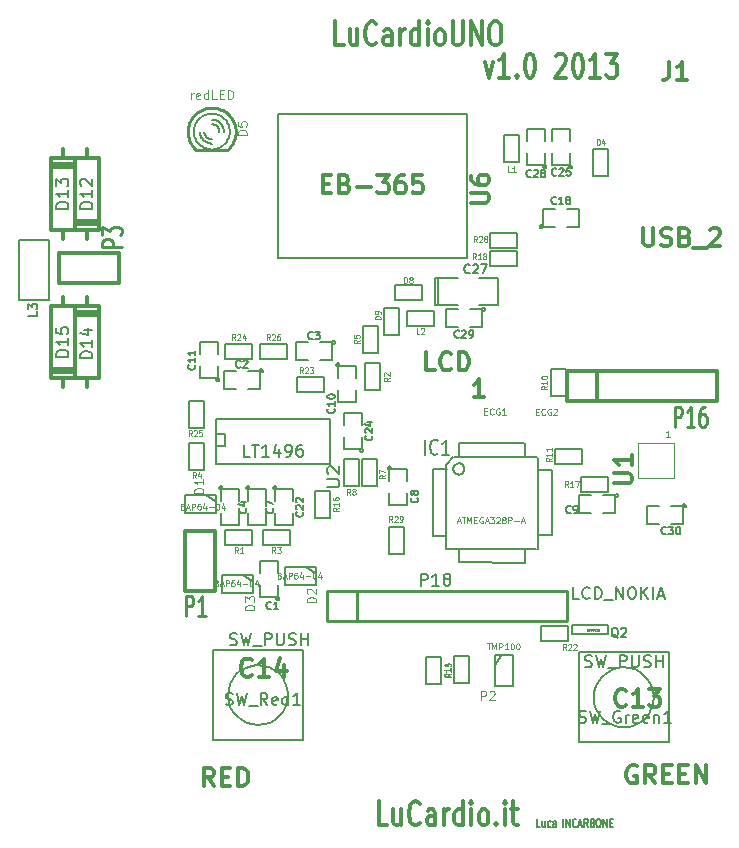
<source format=gto>
G04 (created by PCBNEW-RS274X (2012-jan-04)-stable) date lun 03 giu 2013 23:00:55 CEST*
G01*
G70*
G90*
%MOIN*%
G04 Gerber Fmt 3.4, Leading zero omitted, Abs format*
%FSLAX34Y34*%
G04 APERTURE LIST*
%ADD10C,0.006000*%
%ADD11C,0.005200*%
%ADD12C,0.012000*%
%ADD13C,0.008000*%
%ADD14C,0.005000*%
%ADD15C,0.010000*%
%ADD16C,0.000400*%
%ADD17C,0.007900*%
%ADD18C,0.004500*%
%ADD19C,0.004900*%
%ADD20C,0.003000*%
%ADD21C,0.007500*%
%ADD22C,0.001600*%
%ADD23C,0.010700*%
%ADD24C,0.003500*%
%ADD25C,0.004100*%
G04 APERTURE END LIST*
G54D10*
G54D11*
X17681Y-28344D02*
X17583Y-28344D01*
X17583Y-28067D01*
X17838Y-28159D02*
X17838Y-28344D01*
X17750Y-28159D02*
X17750Y-28304D01*
X17760Y-28330D01*
X17779Y-28344D01*
X17809Y-28344D01*
X17829Y-28330D01*
X17838Y-28317D01*
X18024Y-28330D02*
X18005Y-28344D01*
X17965Y-28344D01*
X17946Y-28330D01*
X17936Y-28317D01*
X17926Y-28291D01*
X17926Y-28212D01*
X17936Y-28185D01*
X17946Y-28172D01*
X17965Y-28159D01*
X18005Y-28159D01*
X18024Y-28172D01*
X18201Y-28344D02*
X18201Y-28199D01*
X18192Y-28172D01*
X18172Y-28159D01*
X18133Y-28159D01*
X18113Y-28172D01*
X18201Y-28330D02*
X18182Y-28344D01*
X18133Y-28344D01*
X18113Y-28330D01*
X18103Y-28304D01*
X18103Y-28278D01*
X18113Y-28251D01*
X18133Y-28238D01*
X18182Y-28238D01*
X18201Y-28225D01*
X18456Y-28344D02*
X18456Y-28067D01*
X18554Y-28344D02*
X18554Y-28067D01*
X18672Y-28344D01*
X18672Y-28067D01*
X18888Y-28317D02*
X18878Y-28330D01*
X18849Y-28344D01*
X18829Y-28344D01*
X18799Y-28330D01*
X18780Y-28304D01*
X18770Y-28278D01*
X18760Y-28225D01*
X18760Y-28185D01*
X18770Y-28133D01*
X18780Y-28106D01*
X18799Y-28080D01*
X18829Y-28067D01*
X18849Y-28067D01*
X18878Y-28080D01*
X18888Y-28093D01*
X18966Y-28264D02*
X19064Y-28264D01*
X18947Y-28344D02*
X19015Y-28067D01*
X19084Y-28344D01*
X19271Y-28344D02*
X19202Y-28212D01*
X19153Y-28344D02*
X19153Y-28067D01*
X19232Y-28067D01*
X19251Y-28080D01*
X19261Y-28093D01*
X19271Y-28119D01*
X19271Y-28159D01*
X19261Y-28185D01*
X19251Y-28199D01*
X19232Y-28212D01*
X19153Y-28212D01*
X19428Y-28199D02*
X19457Y-28212D01*
X19467Y-28225D01*
X19477Y-28251D01*
X19477Y-28291D01*
X19467Y-28317D01*
X19457Y-28330D01*
X19438Y-28344D01*
X19359Y-28344D01*
X19359Y-28067D01*
X19428Y-28067D01*
X19447Y-28080D01*
X19457Y-28093D01*
X19467Y-28119D01*
X19467Y-28146D01*
X19457Y-28172D01*
X19447Y-28185D01*
X19428Y-28199D01*
X19359Y-28199D01*
X19604Y-28067D02*
X19644Y-28067D01*
X19663Y-28080D01*
X19683Y-28106D01*
X19693Y-28159D01*
X19693Y-28251D01*
X19683Y-28304D01*
X19663Y-28330D01*
X19644Y-28344D01*
X19604Y-28344D01*
X19585Y-28330D01*
X19565Y-28304D01*
X19555Y-28251D01*
X19555Y-28159D01*
X19565Y-28106D01*
X19585Y-28080D01*
X19604Y-28067D01*
X19781Y-28344D02*
X19781Y-28067D01*
X19899Y-28344D01*
X19899Y-28067D01*
X19997Y-28199D02*
X20066Y-28199D01*
X20095Y-28344D02*
X19997Y-28344D01*
X19997Y-28067D01*
X20095Y-28067D01*
G54D12*
X15828Y-02829D02*
X15971Y-03363D01*
X16113Y-02829D01*
X16656Y-03363D02*
X16313Y-03363D01*
X16485Y-03363D02*
X16485Y-02563D01*
X16428Y-02677D01*
X16370Y-02753D01*
X16313Y-02791D01*
X16913Y-03287D02*
X16941Y-03325D01*
X16913Y-03363D01*
X16884Y-03325D01*
X16913Y-03287D01*
X16913Y-03363D01*
X17313Y-02563D02*
X17370Y-02563D01*
X17427Y-02601D01*
X17456Y-02639D01*
X17485Y-02715D01*
X17513Y-02868D01*
X17513Y-03058D01*
X17485Y-03210D01*
X17456Y-03287D01*
X17427Y-03325D01*
X17370Y-03363D01*
X17313Y-03363D01*
X17256Y-03325D01*
X17227Y-03287D01*
X17199Y-03210D01*
X17170Y-03058D01*
X17170Y-02868D01*
X17199Y-02715D01*
X17227Y-02639D01*
X17256Y-02601D01*
X17313Y-02563D01*
X18198Y-02639D02*
X18227Y-02601D01*
X18284Y-02563D01*
X18427Y-02563D01*
X18484Y-02601D01*
X18513Y-02639D01*
X18541Y-02715D01*
X18541Y-02791D01*
X18513Y-02906D01*
X18170Y-03363D01*
X18541Y-03363D01*
X18912Y-02563D02*
X18969Y-02563D01*
X19026Y-02601D01*
X19055Y-02639D01*
X19084Y-02715D01*
X19112Y-02868D01*
X19112Y-03058D01*
X19084Y-03210D01*
X19055Y-03287D01*
X19026Y-03325D01*
X18969Y-03363D01*
X18912Y-03363D01*
X18855Y-03325D01*
X18826Y-03287D01*
X18798Y-03210D01*
X18769Y-03058D01*
X18769Y-02868D01*
X18798Y-02715D01*
X18826Y-02639D01*
X18855Y-02601D01*
X18912Y-02563D01*
X19683Y-03363D02*
X19340Y-03363D01*
X19512Y-03363D02*
X19512Y-02563D01*
X19455Y-02677D01*
X19397Y-02753D01*
X19340Y-02791D01*
X19883Y-02563D02*
X20254Y-02563D01*
X20054Y-02868D01*
X20140Y-02868D01*
X20197Y-02906D01*
X20226Y-02944D01*
X20254Y-03020D01*
X20254Y-03210D01*
X20226Y-03287D01*
X20197Y-03325D01*
X20140Y-03363D01*
X19968Y-03363D01*
X19911Y-03325D01*
X19883Y-03287D01*
X11130Y-02293D02*
X10844Y-02293D01*
X10844Y-01493D01*
X11587Y-01759D02*
X11587Y-02293D01*
X11330Y-01759D02*
X11330Y-02179D01*
X11358Y-02255D01*
X11416Y-02293D01*
X11501Y-02293D01*
X11558Y-02255D01*
X11587Y-02217D01*
X12216Y-02217D02*
X12187Y-02255D01*
X12101Y-02293D01*
X12044Y-02293D01*
X11959Y-02255D01*
X11901Y-02179D01*
X11873Y-02102D01*
X11844Y-01950D01*
X11844Y-01836D01*
X11873Y-01683D01*
X11901Y-01607D01*
X11959Y-01531D01*
X12044Y-01493D01*
X12101Y-01493D01*
X12187Y-01531D01*
X12216Y-01569D01*
X12730Y-02293D02*
X12730Y-01874D01*
X12701Y-01798D01*
X12644Y-01759D01*
X12530Y-01759D01*
X12473Y-01798D01*
X12730Y-02255D02*
X12673Y-02293D01*
X12530Y-02293D01*
X12473Y-02255D01*
X12444Y-02179D01*
X12444Y-02102D01*
X12473Y-02026D01*
X12530Y-01988D01*
X12673Y-01988D01*
X12730Y-01950D01*
X13016Y-02293D02*
X13016Y-01759D01*
X13016Y-01912D02*
X13044Y-01836D01*
X13073Y-01798D01*
X13130Y-01759D01*
X13187Y-01759D01*
X13644Y-02293D02*
X13644Y-01493D01*
X13644Y-02255D02*
X13587Y-02293D01*
X13473Y-02293D01*
X13415Y-02255D01*
X13387Y-02217D01*
X13358Y-02140D01*
X13358Y-01912D01*
X13387Y-01836D01*
X13415Y-01798D01*
X13473Y-01759D01*
X13587Y-01759D01*
X13644Y-01798D01*
X13930Y-02293D02*
X13930Y-01759D01*
X13930Y-01493D02*
X13901Y-01531D01*
X13930Y-01569D01*
X13958Y-01531D01*
X13930Y-01493D01*
X13930Y-01569D01*
X14302Y-02293D02*
X14244Y-02255D01*
X14216Y-02217D01*
X14187Y-02140D01*
X14187Y-01912D01*
X14216Y-01836D01*
X14244Y-01798D01*
X14302Y-01759D01*
X14387Y-01759D01*
X14444Y-01798D01*
X14473Y-01836D01*
X14502Y-01912D01*
X14502Y-02140D01*
X14473Y-02217D01*
X14444Y-02255D01*
X14387Y-02293D01*
X14302Y-02293D01*
X14759Y-01493D02*
X14759Y-02140D01*
X14787Y-02217D01*
X14816Y-02255D01*
X14873Y-02293D01*
X14987Y-02293D01*
X15045Y-02255D01*
X15073Y-02217D01*
X15102Y-02140D01*
X15102Y-01493D01*
X15388Y-02293D02*
X15388Y-01493D01*
X15731Y-02293D01*
X15731Y-01493D01*
X16131Y-01493D02*
X16245Y-01493D01*
X16303Y-01531D01*
X16360Y-01607D01*
X16388Y-01759D01*
X16388Y-02026D01*
X16360Y-02179D01*
X16303Y-02255D01*
X16245Y-02293D01*
X16131Y-02293D01*
X16074Y-02255D01*
X16017Y-02179D01*
X15988Y-02026D01*
X15988Y-01759D01*
X16017Y-01607D01*
X16074Y-01531D01*
X16131Y-01493D01*
X12580Y-28293D02*
X12294Y-28293D01*
X12294Y-27493D01*
X13037Y-27759D02*
X13037Y-28293D01*
X12780Y-27759D02*
X12780Y-28179D01*
X12808Y-28255D01*
X12866Y-28293D01*
X12951Y-28293D01*
X13008Y-28255D01*
X13037Y-28217D01*
X13666Y-28217D02*
X13637Y-28255D01*
X13551Y-28293D01*
X13494Y-28293D01*
X13409Y-28255D01*
X13351Y-28179D01*
X13323Y-28102D01*
X13294Y-27950D01*
X13294Y-27836D01*
X13323Y-27683D01*
X13351Y-27607D01*
X13409Y-27531D01*
X13494Y-27493D01*
X13551Y-27493D01*
X13637Y-27531D01*
X13666Y-27569D01*
X14180Y-28293D02*
X14180Y-27874D01*
X14151Y-27798D01*
X14094Y-27759D01*
X13980Y-27759D01*
X13923Y-27798D01*
X14180Y-28255D02*
X14123Y-28293D01*
X13980Y-28293D01*
X13923Y-28255D01*
X13894Y-28179D01*
X13894Y-28102D01*
X13923Y-28026D01*
X13980Y-27988D01*
X14123Y-27988D01*
X14180Y-27950D01*
X14466Y-28293D02*
X14466Y-27759D01*
X14466Y-27912D02*
X14494Y-27836D01*
X14523Y-27798D01*
X14580Y-27759D01*
X14637Y-27759D01*
X15094Y-28293D02*
X15094Y-27493D01*
X15094Y-28255D02*
X15037Y-28293D01*
X14923Y-28293D01*
X14865Y-28255D01*
X14837Y-28217D01*
X14808Y-28140D01*
X14808Y-27912D01*
X14837Y-27836D01*
X14865Y-27798D01*
X14923Y-27759D01*
X15037Y-27759D01*
X15094Y-27798D01*
X15380Y-28293D02*
X15380Y-27759D01*
X15380Y-27493D02*
X15351Y-27531D01*
X15380Y-27569D01*
X15408Y-27531D01*
X15380Y-27493D01*
X15380Y-27569D01*
X15752Y-28293D02*
X15694Y-28255D01*
X15666Y-28217D01*
X15637Y-28140D01*
X15637Y-27912D01*
X15666Y-27836D01*
X15694Y-27798D01*
X15752Y-27759D01*
X15837Y-27759D01*
X15894Y-27798D01*
X15923Y-27836D01*
X15952Y-27912D01*
X15952Y-28140D01*
X15923Y-28217D01*
X15894Y-28255D01*
X15837Y-28293D01*
X15752Y-28293D01*
X16209Y-28217D02*
X16237Y-28255D01*
X16209Y-28293D01*
X16180Y-28255D01*
X16209Y-28217D01*
X16209Y-28293D01*
X16495Y-28293D02*
X16495Y-27759D01*
X16495Y-27493D02*
X16466Y-27531D01*
X16495Y-27569D01*
X16523Y-27531D01*
X16495Y-27493D01*
X16495Y-27569D01*
X16695Y-27759D02*
X16924Y-27759D01*
X16781Y-27493D02*
X16781Y-28179D01*
X16809Y-28255D01*
X16867Y-28293D01*
X16924Y-28293D01*
G54D13*
X06883Y-14734D02*
X10683Y-14734D01*
X10683Y-14734D02*
X10683Y-16234D01*
X10683Y-16234D02*
X06883Y-16234D01*
X06883Y-16234D02*
X06883Y-14734D01*
X06883Y-15234D02*
X07183Y-15234D01*
X07183Y-15234D02*
X07183Y-15634D01*
X07183Y-15634D02*
X06883Y-15634D01*
G54D14*
X09583Y-13334D02*
X10483Y-13334D01*
X10483Y-13334D02*
X10483Y-13834D01*
X10483Y-13834D02*
X09583Y-13834D01*
X09583Y-13834D02*
X09583Y-13334D01*
X08083Y-12734D02*
X07183Y-12734D01*
X07183Y-12734D02*
X07183Y-12234D01*
X07183Y-12234D02*
X08083Y-12234D01*
X08083Y-12234D02*
X08083Y-12734D01*
X06483Y-14134D02*
X06483Y-15034D01*
X06483Y-15034D02*
X05983Y-15034D01*
X05983Y-15034D02*
X05983Y-14134D01*
X05983Y-14134D02*
X06483Y-14134D01*
X08333Y-12234D02*
X09233Y-12234D01*
X09233Y-12234D02*
X09233Y-12734D01*
X09233Y-12734D02*
X08333Y-12734D01*
X08333Y-12734D02*
X08333Y-12234D01*
G54D10*
X18063Y-18624D02*
X17613Y-18624D01*
X18063Y-16444D02*
X17623Y-16444D01*
X18063Y-18624D02*
X18063Y-16444D01*
X17183Y-19094D02*
X17183Y-19524D01*
X14973Y-19104D02*
X14973Y-19524D01*
X14963Y-19524D02*
X17183Y-19534D01*
X14983Y-15554D02*
X17153Y-15544D01*
X14553Y-16244D02*
X14553Y-19074D01*
X17163Y-15554D02*
X17163Y-15964D01*
X14803Y-16004D02*
X17583Y-16004D01*
X17603Y-19084D02*
X17603Y-16044D01*
X14553Y-19084D02*
X17553Y-19084D01*
X14103Y-16414D02*
X14103Y-18634D01*
X14103Y-18634D02*
X14553Y-18634D01*
X14557Y-16234D02*
X14787Y-16004D01*
X14105Y-16414D02*
X14557Y-16414D01*
X14983Y-16004D02*
X14983Y-15552D01*
X15153Y-16408D02*
X15149Y-16444D01*
X15138Y-16479D01*
X15121Y-16512D01*
X15098Y-16540D01*
X15070Y-16563D01*
X15037Y-16581D01*
X15002Y-16592D01*
X14966Y-16595D01*
X14930Y-16592D01*
X14895Y-16582D01*
X14863Y-16565D01*
X14834Y-16542D01*
X14810Y-16514D01*
X14793Y-16482D01*
X14782Y-16447D01*
X14778Y-16410D01*
X14781Y-16375D01*
X14791Y-16339D01*
X14807Y-16307D01*
X14830Y-16278D01*
X14858Y-16254D01*
X14890Y-16236D01*
X14925Y-16225D01*
X14962Y-16221D01*
X14997Y-16223D01*
X15032Y-16233D01*
X15065Y-16250D01*
X15094Y-16272D01*
X15118Y-16300D01*
X15136Y-16332D01*
X15148Y-16367D01*
X15152Y-16403D01*
X15153Y-16408D01*
G54D14*
X07183Y-18434D02*
X08083Y-18434D01*
X08083Y-18434D02*
X08083Y-18934D01*
X08083Y-18934D02*
X07183Y-18934D01*
X07183Y-18934D02*
X07183Y-18434D01*
X12333Y-12884D02*
X12333Y-13784D01*
X12333Y-13784D02*
X11833Y-13784D01*
X11833Y-13784D02*
X11833Y-12884D01*
X11833Y-12884D02*
X12333Y-12884D01*
X08433Y-18434D02*
X09333Y-18434D01*
X09333Y-18434D02*
X09333Y-18934D01*
X09333Y-18934D02*
X08433Y-18934D01*
X08433Y-18934D02*
X08433Y-18434D01*
X05983Y-16434D02*
X05983Y-15534D01*
X05983Y-15534D02*
X06483Y-15534D01*
X06483Y-15534D02*
X06483Y-16434D01*
X06483Y-16434D02*
X05983Y-16434D01*
X12283Y-11634D02*
X12283Y-12534D01*
X12283Y-12534D02*
X11783Y-12534D01*
X11783Y-12534D02*
X11783Y-11634D01*
X11783Y-11634D02*
X12283Y-11634D01*
X11733Y-16984D02*
X11733Y-16084D01*
X11733Y-16084D02*
X12233Y-16084D01*
X12233Y-16084D02*
X12233Y-16984D01*
X12233Y-16984D02*
X11733Y-16984D01*
X11633Y-16084D02*
X11633Y-16984D01*
X11633Y-16984D02*
X11133Y-16984D01*
X11133Y-16984D02*
X11133Y-16084D01*
X11133Y-16084D02*
X11633Y-16084D01*
X18033Y-13984D02*
X18033Y-13084D01*
X18033Y-13084D02*
X18533Y-13084D01*
X18533Y-13084D02*
X18533Y-13984D01*
X18533Y-13984D02*
X18033Y-13984D01*
X15308Y-22659D02*
X15308Y-23559D01*
X15308Y-23559D02*
X14808Y-23559D01*
X14808Y-23559D02*
X14808Y-22659D01*
X14808Y-22659D02*
X15308Y-22659D01*
X13860Y-23564D02*
X13860Y-22664D01*
X13860Y-22664D02*
X14360Y-22664D01*
X14360Y-22664D02*
X14360Y-23564D01*
X14360Y-23564D02*
X13860Y-23564D01*
X16183Y-22934D02*
X16383Y-22634D01*
X16183Y-23634D02*
X16183Y-22609D01*
X16183Y-22609D02*
X16783Y-22609D01*
X16783Y-22609D02*
X16783Y-23634D01*
X16783Y-23634D02*
X16183Y-23634D01*
X18738Y-21618D02*
X19938Y-21618D01*
X19938Y-21618D02*
X19938Y-21918D01*
X19938Y-21918D02*
X18738Y-21918D01*
X18738Y-21918D02*
X18738Y-21618D01*
X06533Y-17284D02*
X06833Y-17484D01*
X05833Y-17284D02*
X06858Y-17284D01*
X06858Y-17284D02*
X06858Y-17884D01*
X06858Y-17884D02*
X05833Y-17884D01*
X05833Y-17884D02*
X05833Y-17284D01*
X09883Y-19684D02*
X10183Y-19884D01*
X09183Y-19684D02*
X10208Y-19684D01*
X10208Y-19684D02*
X10208Y-20284D01*
X10208Y-20284D02*
X09183Y-20284D01*
X09183Y-20284D02*
X09183Y-19684D01*
X07783Y-19934D02*
X08083Y-20134D01*
X07083Y-19934D02*
X08108Y-19934D01*
X08108Y-19934D02*
X08108Y-20534D01*
X08108Y-20534D02*
X07083Y-20534D01*
X07083Y-20534D02*
X07083Y-19934D01*
X10183Y-18034D02*
X10183Y-17134D01*
X10183Y-17134D02*
X10683Y-17134D01*
X10683Y-17134D02*
X10683Y-18034D01*
X10683Y-18034D02*
X10183Y-18034D01*
G54D12*
X06833Y-20484D02*
X05833Y-20484D01*
X05833Y-20484D02*
X05833Y-18484D01*
X05833Y-18484D02*
X06833Y-18484D01*
X06833Y-18484D02*
X06833Y-20484D01*
X18583Y-14134D02*
X18583Y-13134D01*
X18583Y-13134D02*
X23583Y-13134D01*
X23583Y-13134D02*
X23583Y-14134D01*
X23583Y-14134D02*
X18583Y-14134D01*
X19583Y-14134D02*
X19583Y-13134D01*
G54D14*
X19083Y-16234D02*
X18183Y-16234D01*
X18183Y-16234D02*
X18183Y-15734D01*
X18183Y-15734D02*
X19083Y-15734D01*
X19083Y-15734D02*
X19083Y-16234D01*
X19933Y-17184D02*
X19033Y-17184D01*
X19033Y-17184D02*
X19033Y-16684D01*
X19033Y-16684D02*
X19933Y-16684D01*
X19933Y-16684D02*
X19933Y-17184D01*
X14283Y-10034D02*
X14183Y-10034D01*
X14183Y-10034D02*
X14183Y-10934D01*
X14183Y-10934D02*
X14283Y-10934D01*
X14283Y-10034D02*
X14283Y-10934D01*
X14283Y-10934D02*
X14933Y-10934D01*
X15633Y-10034D02*
X16283Y-10034D01*
X16283Y-10034D02*
X16283Y-10934D01*
X16283Y-10934D02*
X15633Y-10934D01*
X14933Y-10034D02*
X14283Y-10034D01*
X22533Y-17634D02*
X22532Y-17643D01*
X22529Y-17653D01*
X22524Y-17661D01*
X22518Y-17669D01*
X22510Y-17675D01*
X22502Y-17680D01*
X22493Y-17682D01*
X22483Y-17683D01*
X22474Y-17683D01*
X22465Y-17680D01*
X22456Y-17675D01*
X22449Y-17669D01*
X22442Y-17662D01*
X22438Y-17653D01*
X22435Y-17644D01*
X22434Y-17634D01*
X22434Y-17625D01*
X22437Y-17616D01*
X22441Y-17607D01*
X22448Y-17600D01*
X22455Y-17593D01*
X22463Y-17589D01*
X22473Y-17586D01*
X22482Y-17585D01*
X22491Y-17585D01*
X22501Y-17588D01*
X22509Y-17592D01*
X22517Y-17598D01*
X22523Y-17606D01*
X22528Y-17614D01*
X22531Y-17623D01*
X22532Y-17633D01*
X22533Y-17634D01*
X22033Y-17634D02*
X22433Y-17634D01*
X22433Y-17634D02*
X22433Y-18234D01*
X22433Y-18234D02*
X22033Y-18234D01*
X21633Y-18234D02*
X21233Y-18234D01*
X21233Y-18234D02*
X21233Y-17634D01*
X21233Y-17634D02*
X21633Y-17634D01*
X15833Y-11084D02*
X15832Y-11093D01*
X15829Y-11103D01*
X15824Y-11111D01*
X15818Y-11119D01*
X15810Y-11125D01*
X15802Y-11130D01*
X15793Y-11132D01*
X15783Y-11133D01*
X15774Y-11133D01*
X15765Y-11130D01*
X15756Y-11125D01*
X15749Y-11119D01*
X15742Y-11112D01*
X15738Y-11103D01*
X15735Y-11094D01*
X15734Y-11084D01*
X15734Y-11075D01*
X15737Y-11066D01*
X15741Y-11057D01*
X15748Y-11050D01*
X15755Y-11043D01*
X15763Y-11039D01*
X15773Y-11036D01*
X15782Y-11035D01*
X15791Y-11035D01*
X15801Y-11038D01*
X15809Y-11042D01*
X15817Y-11048D01*
X15823Y-11056D01*
X15828Y-11064D01*
X15831Y-11073D01*
X15832Y-11083D01*
X15833Y-11084D01*
X15333Y-11084D02*
X15733Y-11084D01*
X15733Y-11084D02*
X15733Y-11684D01*
X15733Y-11684D02*
X15333Y-11684D01*
X14933Y-11684D02*
X14533Y-11684D01*
X14533Y-11684D02*
X14533Y-11084D01*
X14533Y-11084D02*
X14933Y-11084D01*
X17883Y-06334D02*
X17882Y-06343D01*
X17879Y-06353D01*
X17874Y-06361D01*
X17868Y-06369D01*
X17860Y-06375D01*
X17852Y-06380D01*
X17843Y-06382D01*
X17833Y-06383D01*
X17824Y-06383D01*
X17815Y-06380D01*
X17806Y-06375D01*
X17799Y-06369D01*
X17792Y-06362D01*
X17788Y-06353D01*
X17785Y-06344D01*
X17784Y-06334D01*
X17784Y-06325D01*
X17787Y-06316D01*
X17791Y-06307D01*
X17798Y-06300D01*
X17805Y-06293D01*
X17813Y-06289D01*
X17823Y-06286D01*
X17832Y-06285D01*
X17841Y-06285D01*
X17851Y-06288D01*
X17859Y-06292D01*
X17867Y-06298D01*
X17873Y-06306D01*
X17878Y-06314D01*
X17881Y-06323D01*
X17882Y-06333D01*
X17883Y-06334D01*
X17833Y-05884D02*
X17833Y-06284D01*
X17833Y-06284D02*
X17233Y-06284D01*
X17233Y-06284D02*
X17233Y-05884D01*
X17233Y-05484D02*
X17233Y-05084D01*
X17233Y-05084D02*
X17833Y-05084D01*
X17833Y-05084D02*
X17833Y-05484D01*
X11783Y-15784D02*
X11782Y-15793D01*
X11779Y-15803D01*
X11774Y-15811D01*
X11768Y-15819D01*
X11760Y-15825D01*
X11752Y-15830D01*
X11743Y-15832D01*
X11733Y-15833D01*
X11724Y-15833D01*
X11715Y-15830D01*
X11706Y-15825D01*
X11699Y-15819D01*
X11692Y-15812D01*
X11688Y-15803D01*
X11685Y-15794D01*
X11684Y-15784D01*
X11684Y-15775D01*
X11687Y-15766D01*
X11691Y-15757D01*
X11698Y-15750D01*
X11705Y-15743D01*
X11713Y-15739D01*
X11723Y-15736D01*
X11732Y-15735D01*
X11741Y-15735D01*
X11751Y-15738D01*
X11759Y-15742D01*
X11767Y-15748D01*
X11773Y-15756D01*
X11778Y-15764D01*
X11781Y-15773D01*
X11782Y-15783D01*
X11783Y-15784D01*
X11733Y-15334D02*
X11733Y-15734D01*
X11733Y-15734D02*
X11133Y-15734D01*
X11133Y-15734D02*
X11133Y-15334D01*
X11133Y-14934D02*
X11133Y-14534D01*
X11133Y-14534D02*
X11733Y-14534D01*
X11733Y-14534D02*
X11733Y-14934D01*
X08883Y-17034D02*
X08882Y-17043D01*
X08879Y-17053D01*
X08874Y-17061D01*
X08868Y-17069D01*
X08860Y-17075D01*
X08852Y-17080D01*
X08843Y-17082D01*
X08833Y-17083D01*
X08824Y-17083D01*
X08815Y-17080D01*
X08806Y-17075D01*
X08799Y-17069D01*
X08792Y-17062D01*
X08788Y-17053D01*
X08785Y-17044D01*
X08784Y-17034D01*
X08784Y-17025D01*
X08787Y-17016D01*
X08791Y-17007D01*
X08798Y-17000D01*
X08805Y-16993D01*
X08813Y-16989D01*
X08823Y-16986D01*
X08832Y-16985D01*
X08841Y-16985D01*
X08851Y-16988D01*
X08859Y-16992D01*
X08867Y-16998D01*
X08873Y-17006D01*
X08878Y-17014D01*
X08881Y-17023D01*
X08882Y-17033D01*
X08883Y-17034D01*
X08833Y-17484D02*
X08833Y-17084D01*
X08833Y-17084D02*
X09433Y-17084D01*
X09433Y-17084D02*
X09433Y-17484D01*
X09433Y-17884D02*
X09433Y-18284D01*
X09433Y-18284D02*
X08833Y-18284D01*
X08833Y-18284D02*
X08833Y-17884D01*
X18733Y-06334D02*
X18732Y-06343D01*
X18729Y-06353D01*
X18724Y-06361D01*
X18718Y-06369D01*
X18710Y-06375D01*
X18702Y-06380D01*
X18693Y-06382D01*
X18683Y-06383D01*
X18674Y-06383D01*
X18665Y-06380D01*
X18656Y-06375D01*
X18649Y-06369D01*
X18642Y-06362D01*
X18638Y-06353D01*
X18635Y-06344D01*
X18634Y-06334D01*
X18634Y-06325D01*
X18637Y-06316D01*
X18641Y-06307D01*
X18648Y-06300D01*
X18655Y-06293D01*
X18663Y-06289D01*
X18673Y-06286D01*
X18682Y-06285D01*
X18691Y-06285D01*
X18701Y-06288D01*
X18709Y-06292D01*
X18717Y-06298D01*
X18723Y-06306D01*
X18728Y-06314D01*
X18731Y-06323D01*
X18732Y-06333D01*
X18733Y-06334D01*
X18683Y-05884D02*
X18683Y-06284D01*
X18683Y-06284D02*
X18083Y-06284D01*
X18083Y-06284D02*
X18083Y-05884D01*
X18083Y-05484D02*
X18083Y-05084D01*
X18083Y-05084D02*
X18683Y-05084D01*
X18683Y-05084D02*
X18683Y-05484D01*
X18611Y-22136D02*
X17711Y-22136D01*
X17711Y-22136D02*
X17711Y-21636D01*
X17711Y-21636D02*
X18611Y-21636D01*
X18611Y-21636D02*
X18611Y-22136D01*
X14133Y-11634D02*
X13233Y-11634D01*
X13233Y-11634D02*
X13233Y-11134D01*
X13233Y-11134D02*
X14133Y-11134D01*
X14133Y-11134D02*
X14133Y-11634D01*
X16983Y-05284D02*
X16983Y-06184D01*
X16983Y-06184D02*
X16483Y-06184D01*
X16483Y-06184D02*
X16483Y-05284D01*
X16483Y-05284D02*
X16983Y-05284D01*
X12483Y-11934D02*
X12483Y-11034D01*
X12483Y-11034D02*
X12983Y-11034D01*
X12983Y-11034D02*
X12983Y-11934D01*
X12983Y-11934D02*
X12483Y-11934D01*
X12833Y-10284D02*
X13733Y-10284D01*
X13733Y-10284D02*
X13733Y-10784D01*
X13733Y-10784D02*
X12833Y-10784D01*
X12833Y-10784D02*
X12833Y-10284D01*
X19946Y-05731D02*
X19946Y-06631D01*
X19946Y-06631D02*
X19446Y-06631D01*
X19446Y-06631D02*
X19446Y-05731D01*
X19446Y-05731D02*
X19946Y-05731D01*
G54D12*
X02586Y-08743D02*
X02586Y-08443D01*
X02586Y-08443D02*
X02986Y-08443D01*
X02986Y-08443D02*
X02986Y-06043D01*
X02986Y-06043D02*
X02586Y-06043D01*
X02586Y-06043D02*
X02586Y-05743D01*
X02586Y-06043D02*
X02186Y-06043D01*
X02186Y-06043D02*
X02186Y-08443D01*
X02186Y-08443D02*
X02586Y-08443D01*
X02986Y-08243D02*
X02186Y-08243D01*
X02186Y-08143D02*
X02986Y-08143D01*
X01786Y-05743D02*
X01786Y-06043D01*
X01786Y-06043D02*
X01386Y-06043D01*
X01386Y-06043D02*
X01386Y-08443D01*
X01386Y-08443D02*
X01786Y-08443D01*
X01786Y-08443D02*
X01786Y-08743D01*
X01786Y-08443D02*
X02186Y-08443D01*
X02186Y-08443D02*
X02186Y-06043D01*
X02186Y-06043D02*
X01786Y-06043D01*
X01386Y-06243D02*
X02186Y-06243D01*
X02186Y-06343D02*
X01386Y-06343D01*
X02586Y-10682D02*
X02586Y-10982D01*
X02586Y-10982D02*
X02186Y-10982D01*
X02186Y-10982D02*
X02186Y-13382D01*
X02186Y-13382D02*
X02586Y-13382D01*
X02586Y-13382D02*
X02586Y-13682D01*
X02586Y-13382D02*
X02986Y-13382D01*
X02986Y-13382D02*
X02986Y-10982D01*
X02986Y-10982D02*
X02586Y-10982D01*
X02186Y-11182D02*
X02986Y-11182D01*
X02986Y-11282D02*
X02186Y-11282D01*
X01786Y-13682D02*
X01786Y-13382D01*
X01786Y-13382D02*
X02186Y-13382D01*
X02186Y-13382D02*
X02186Y-10982D01*
X02186Y-10982D02*
X01786Y-10982D01*
X01786Y-10982D02*
X01786Y-10682D01*
X01786Y-10982D02*
X01386Y-10982D01*
X01386Y-10982D02*
X01386Y-13382D01*
X01386Y-13382D02*
X01786Y-13382D01*
X02186Y-13182D02*
X01386Y-13182D01*
X01386Y-13082D02*
X02186Y-13082D01*
G54D14*
X08983Y-20734D02*
X08982Y-20743D01*
X08979Y-20753D01*
X08974Y-20761D01*
X08968Y-20769D01*
X08960Y-20775D01*
X08952Y-20780D01*
X08943Y-20782D01*
X08933Y-20783D01*
X08924Y-20783D01*
X08915Y-20780D01*
X08906Y-20775D01*
X08899Y-20769D01*
X08892Y-20762D01*
X08888Y-20753D01*
X08885Y-20744D01*
X08884Y-20734D01*
X08884Y-20725D01*
X08887Y-20716D01*
X08891Y-20707D01*
X08898Y-20700D01*
X08905Y-20693D01*
X08913Y-20689D01*
X08923Y-20686D01*
X08932Y-20685D01*
X08941Y-20685D01*
X08951Y-20688D01*
X08959Y-20692D01*
X08967Y-20698D01*
X08973Y-20706D01*
X08978Y-20714D01*
X08981Y-20723D01*
X08982Y-20733D01*
X08983Y-20734D01*
X08933Y-20284D02*
X08933Y-20684D01*
X08933Y-20684D02*
X08333Y-20684D01*
X08333Y-20684D02*
X08333Y-20284D01*
X08333Y-19884D02*
X08333Y-19484D01*
X08333Y-19484D02*
X08933Y-19484D01*
X08933Y-19484D02*
X08933Y-19884D01*
X08433Y-13134D02*
X08432Y-13143D01*
X08429Y-13153D01*
X08424Y-13161D01*
X08418Y-13169D01*
X08410Y-13175D01*
X08402Y-13180D01*
X08393Y-13182D01*
X08383Y-13183D01*
X08374Y-13183D01*
X08365Y-13180D01*
X08356Y-13175D01*
X08349Y-13169D01*
X08342Y-13162D01*
X08338Y-13153D01*
X08335Y-13144D01*
X08334Y-13134D01*
X08334Y-13125D01*
X08337Y-13116D01*
X08341Y-13107D01*
X08348Y-13100D01*
X08355Y-13093D01*
X08363Y-13089D01*
X08373Y-13086D01*
X08382Y-13085D01*
X08391Y-13085D01*
X08401Y-13088D01*
X08409Y-13092D01*
X08417Y-13098D01*
X08423Y-13106D01*
X08428Y-13114D01*
X08431Y-13123D01*
X08432Y-13133D01*
X08433Y-13134D01*
X07933Y-13134D02*
X08333Y-13134D01*
X08333Y-13134D02*
X08333Y-13734D01*
X08333Y-13734D02*
X07933Y-13734D01*
X07533Y-13734D02*
X07133Y-13734D01*
X07133Y-13734D02*
X07133Y-13134D01*
X07133Y-13134D02*
X07533Y-13134D01*
X10833Y-12184D02*
X10832Y-12193D01*
X10829Y-12203D01*
X10824Y-12211D01*
X10818Y-12219D01*
X10810Y-12225D01*
X10802Y-12230D01*
X10793Y-12232D01*
X10783Y-12233D01*
X10774Y-12233D01*
X10765Y-12230D01*
X10756Y-12225D01*
X10749Y-12219D01*
X10742Y-12212D01*
X10738Y-12203D01*
X10735Y-12194D01*
X10734Y-12184D01*
X10734Y-12175D01*
X10737Y-12166D01*
X10741Y-12157D01*
X10748Y-12150D01*
X10755Y-12143D01*
X10763Y-12139D01*
X10773Y-12136D01*
X10782Y-12135D01*
X10791Y-12135D01*
X10801Y-12138D01*
X10809Y-12142D01*
X10817Y-12148D01*
X10823Y-12156D01*
X10828Y-12164D01*
X10831Y-12173D01*
X10832Y-12183D01*
X10833Y-12184D01*
X10333Y-12184D02*
X10733Y-12184D01*
X10733Y-12184D02*
X10733Y-12784D01*
X10733Y-12784D02*
X10333Y-12784D01*
X09933Y-12784D02*
X09533Y-12784D01*
X09533Y-12784D02*
X09533Y-12184D01*
X09533Y-12184D02*
X09933Y-12184D01*
X07083Y-17034D02*
X07082Y-17043D01*
X07079Y-17053D01*
X07074Y-17061D01*
X07068Y-17069D01*
X07060Y-17075D01*
X07052Y-17080D01*
X07043Y-17082D01*
X07033Y-17083D01*
X07024Y-17083D01*
X07015Y-17080D01*
X07006Y-17075D01*
X06999Y-17069D01*
X06992Y-17062D01*
X06988Y-17053D01*
X06985Y-17044D01*
X06984Y-17034D01*
X06984Y-17025D01*
X06987Y-17016D01*
X06991Y-17007D01*
X06998Y-17000D01*
X07005Y-16993D01*
X07013Y-16989D01*
X07023Y-16986D01*
X07032Y-16985D01*
X07041Y-16985D01*
X07051Y-16988D01*
X07059Y-16992D01*
X07067Y-16998D01*
X07073Y-17006D01*
X07078Y-17014D01*
X07081Y-17023D01*
X07082Y-17033D01*
X07083Y-17034D01*
X07033Y-17484D02*
X07033Y-17084D01*
X07033Y-17084D02*
X07633Y-17084D01*
X07633Y-17084D02*
X07633Y-17484D01*
X07633Y-17884D02*
X07633Y-18284D01*
X07633Y-18284D02*
X07033Y-18284D01*
X07033Y-18284D02*
X07033Y-17884D01*
X07983Y-17034D02*
X07982Y-17043D01*
X07979Y-17053D01*
X07974Y-17061D01*
X07968Y-17069D01*
X07960Y-17075D01*
X07952Y-17080D01*
X07943Y-17082D01*
X07933Y-17083D01*
X07924Y-17083D01*
X07915Y-17080D01*
X07906Y-17075D01*
X07899Y-17069D01*
X07892Y-17062D01*
X07888Y-17053D01*
X07885Y-17044D01*
X07884Y-17034D01*
X07884Y-17025D01*
X07887Y-17016D01*
X07891Y-17007D01*
X07898Y-17000D01*
X07905Y-16993D01*
X07913Y-16989D01*
X07923Y-16986D01*
X07932Y-16985D01*
X07941Y-16985D01*
X07951Y-16988D01*
X07959Y-16992D01*
X07967Y-16998D01*
X07973Y-17006D01*
X07978Y-17014D01*
X07981Y-17023D01*
X07982Y-17033D01*
X07983Y-17034D01*
X07933Y-17484D02*
X07933Y-17084D01*
X07933Y-17084D02*
X08533Y-17084D01*
X08533Y-17084D02*
X08533Y-17484D01*
X08533Y-17884D02*
X08533Y-18284D01*
X08533Y-18284D02*
X07933Y-18284D01*
X07933Y-18284D02*
X07933Y-17884D01*
X12706Y-16374D02*
X12705Y-16383D01*
X12702Y-16393D01*
X12697Y-16401D01*
X12691Y-16409D01*
X12683Y-16415D01*
X12675Y-16420D01*
X12666Y-16422D01*
X12656Y-16423D01*
X12647Y-16423D01*
X12638Y-16420D01*
X12629Y-16415D01*
X12622Y-16409D01*
X12615Y-16402D01*
X12611Y-16393D01*
X12608Y-16384D01*
X12607Y-16374D01*
X12607Y-16365D01*
X12610Y-16356D01*
X12614Y-16347D01*
X12621Y-16340D01*
X12628Y-16333D01*
X12636Y-16329D01*
X12646Y-16326D01*
X12655Y-16325D01*
X12664Y-16325D01*
X12674Y-16328D01*
X12682Y-16332D01*
X12690Y-16338D01*
X12696Y-16346D01*
X12701Y-16354D01*
X12704Y-16363D01*
X12705Y-16373D01*
X12706Y-16374D01*
X12656Y-16824D02*
X12656Y-16424D01*
X12656Y-16424D02*
X13256Y-16424D01*
X13256Y-16424D02*
X13256Y-16824D01*
X13256Y-17224D02*
X13256Y-17624D01*
X13256Y-17624D02*
X12656Y-17624D01*
X12656Y-17624D02*
X12656Y-17224D01*
X20283Y-17284D02*
X20282Y-17293D01*
X20279Y-17303D01*
X20274Y-17311D01*
X20268Y-17319D01*
X20260Y-17325D01*
X20252Y-17330D01*
X20243Y-17332D01*
X20233Y-17333D01*
X20224Y-17333D01*
X20215Y-17330D01*
X20206Y-17325D01*
X20199Y-17319D01*
X20192Y-17312D01*
X20188Y-17303D01*
X20185Y-17294D01*
X20184Y-17284D01*
X20184Y-17275D01*
X20187Y-17266D01*
X20191Y-17257D01*
X20198Y-17250D01*
X20205Y-17243D01*
X20213Y-17239D01*
X20223Y-17236D01*
X20232Y-17235D01*
X20241Y-17235D01*
X20251Y-17238D01*
X20259Y-17242D01*
X20267Y-17248D01*
X20273Y-17256D01*
X20278Y-17264D01*
X20281Y-17273D01*
X20282Y-17283D01*
X20283Y-17284D01*
X19783Y-17284D02*
X20183Y-17284D01*
X20183Y-17284D02*
X20183Y-17884D01*
X20183Y-17884D02*
X19783Y-17884D01*
X19383Y-17884D02*
X18983Y-17884D01*
X18983Y-17884D02*
X18983Y-17284D01*
X18983Y-17284D02*
X19383Y-17284D01*
X10983Y-12934D02*
X10982Y-12943D01*
X10979Y-12953D01*
X10974Y-12961D01*
X10968Y-12969D01*
X10960Y-12975D01*
X10952Y-12980D01*
X10943Y-12982D01*
X10933Y-12983D01*
X10924Y-12983D01*
X10915Y-12980D01*
X10906Y-12975D01*
X10899Y-12969D01*
X10892Y-12962D01*
X10888Y-12953D01*
X10885Y-12944D01*
X10884Y-12934D01*
X10884Y-12925D01*
X10887Y-12916D01*
X10891Y-12907D01*
X10898Y-12900D01*
X10905Y-12893D01*
X10913Y-12889D01*
X10923Y-12886D01*
X10932Y-12885D01*
X10941Y-12885D01*
X10951Y-12888D01*
X10959Y-12892D01*
X10967Y-12898D01*
X10973Y-12906D01*
X10978Y-12914D01*
X10981Y-12923D01*
X10982Y-12933D01*
X10983Y-12934D01*
X10933Y-13384D02*
X10933Y-12984D01*
X10933Y-12984D02*
X11533Y-12984D01*
X11533Y-12984D02*
X11533Y-13384D01*
X11533Y-13784D02*
X11533Y-14184D01*
X11533Y-14184D02*
X10933Y-14184D01*
X10933Y-14184D02*
X10933Y-13784D01*
X06983Y-13434D02*
X06982Y-13443D01*
X06979Y-13453D01*
X06974Y-13461D01*
X06968Y-13469D01*
X06960Y-13475D01*
X06952Y-13480D01*
X06943Y-13482D01*
X06933Y-13483D01*
X06924Y-13483D01*
X06915Y-13480D01*
X06906Y-13475D01*
X06899Y-13469D01*
X06892Y-13462D01*
X06888Y-13453D01*
X06885Y-13444D01*
X06884Y-13434D01*
X06884Y-13425D01*
X06887Y-13416D01*
X06891Y-13407D01*
X06898Y-13400D01*
X06905Y-13393D01*
X06913Y-13389D01*
X06923Y-13386D01*
X06932Y-13385D01*
X06941Y-13385D01*
X06951Y-13388D01*
X06959Y-13392D01*
X06967Y-13398D01*
X06973Y-13406D01*
X06978Y-13414D01*
X06981Y-13423D01*
X06982Y-13433D01*
X06983Y-13434D01*
X06933Y-12984D02*
X06933Y-13384D01*
X06933Y-13384D02*
X06333Y-13384D01*
X06333Y-13384D02*
X06333Y-12984D01*
X06333Y-12584D02*
X06333Y-12184D01*
X06333Y-12184D02*
X06933Y-12184D01*
X06933Y-12184D02*
X06933Y-12584D01*
X17766Y-08332D02*
X17765Y-08341D01*
X17762Y-08351D01*
X17757Y-08359D01*
X17751Y-08367D01*
X17743Y-08373D01*
X17735Y-08378D01*
X17726Y-08380D01*
X17716Y-08381D01*
X17707Y-08381D01*
X17698Y-08378D01*
X17689Y-08373D01*
X17682Y-08367D01*
X17675Y-08360D01*
X17671Y-08351D01*
X17668Y-08342D01*
X17667Y-08332D01*
X17667Y-08323D01*
X17670Y-08314D01*
X17674Y-08305D01*
X17681Y-08298D01*
X17688Y-08291D01*
X17696Y-08287D01*
X17706Y-08284D01*
X17715Y-08283D01*
X17724Y-08283D01*
X17734Y-08286D01*
X17742Y-08290D01*
X17750Y-08296D01*
X17756Y-08304D01*
X17761Y-08312D01*
X17764Y-08321D01*
X17765Y-08331D01*
X17766Y-08332D01*
X18166Y-08332D02*
X17766Y-08332D01*
X17766Y-08332D02*
X17766Y-07732D01*
X17766Y-07732D02*
X18166Y-07732D01*
X18566Y-07732D02*
X18966Y-07732D01*
X18966Y-07732D02*
X18966Y-08332D01*
X18966Y-08332D02*
X18566Y-08332D01*
G54D15*
X06232Y-05783D02*
X07232Y-05783D01*
G54D10*
X07116Y-04703D02*
X07074Y-04671D01*
X07030Y-04643D01*
X06983Y-04619D01*
X06935Y-04599D01*
X06885Y-04583D01*
X06834Y-04572D01*
X06782Y-04566D01*
X06732Y-04563D01*
X06732Y-04564D02*
X06680Y-04567D01*
X06628Y-04574D01*
X06577Y-04585D01*
X06528Y-04601D01*
X06479Y-04621D01*
X06433Y-04645D01*
X06389Y-04673D01*
X06347Y-04705D01*
X06335Y-04716D01*
X06732Y-05762D02*
X06784Y-05759D01*
X06836Y-05752D01*
X06887Y-05741D01*
X06936Y-05725D01*
X06985Y-05705D01*
X07031Y-05681D01*
X07075Y-05653D01*
X07117Y-05621D01*
X07121Y-05617D01*
X06348Y-05623D02*
X06390Y-05655D01*
X06434Y-05683D01*
X06481Y-05707D01*
X06529Y-05727D01*
X06579Y-05743D01*
X06630Y-05754D01*
X06682Y-05760D01*
X06732Y-05763D01*
X07081Y-05650D02*
X07122Y-05618D01*
X07160Y-05582D01*
X07195Y-05543D01*
X07227Y-05501D01*
X07254Y-05457D01*
X07278Y-05410D01*
X07297Y-05362D01*
X07313Y-05312D01*
X07323Y-05260D01*
X07330Y-05209D01*
X07332Y-05163D01*
X07332Y-05163D02*
X07329Y-05111D01*
X07322Y-05059D01*
X07311Y-05008D01*
X07295Y-04958D01*
X07275Y-04910D01*
X07251Y-04864D01*
X07223Y-04819D01*
X07191Y-04778D01*
X07156Y-04739D01*
X07117Y-04704D01*
X07092Y-04684D01*
X06133Y-05163D02*
X06136Y-05215D01*
X06143Y-05267D01*
X06154Y-05318D01*
X06170Y-05367D01*
X06190Y-05416D01*
X06214Y-05462D01*
X06242Y-05506D01*
X06274Y-05548D01*
X06309Y-05586D01*
X06347Y-05621D01*
X06365Y-05635D01*
X06364Y-04690D02*
X06324Y-04724D01*
X06287Y-04761D01*
X06254Y-04802D01*
X06224Y-04845D01*
X06198Y-04890D01*
X06177Y-04938D01*
X06159Y-04987D01*
X06146Y-05038D01*
X06137Y-05089D01*
X06133Y-05142D01*
X06132Y-05163D01*
X06982Y-05163D02*
X06981Y-05142D01*
X06978Y-05120D01*
X06973Y-05099D01*
X06966Y-05078D01*
X06958Y-05058D01*
X06948Y-05039D01*
X06936Y-05020D01*
X06923Y-05003D01*
X06908Y-04987D01*
X06892Y-04972D01*
X06875Y-04959D01*
X06857Y-04947D01*
X06837Y-04937D01*
X06817Y-04929D01*
X06796Y-04922D01*
X06775Y-04917D01*
X06753Y-04914D01*
X06732Y-04913D01*
X07132Y-05163D02*
X07130Y-05129D01*
X07125Y-05094D01*
X07118Y-05060D01*
X07107Y-05027D01*
X07094Y-04994D01*
X07078Y-04964D01*
X07059Y-04934D01*
X07038Y-04906D01*
X07014Y-04881D01*
X06989Y-04857D01*
X06961Y-04836D01*
X06932Y-04817D01*
X06901Y-04801D01*
X06868Y-04788D01*
X06835Y-04777D01*
X06801Y-04770D01*
X06766Y-04765D01*
X06732Y-04763D01*
X06482Y-05163D02*
X06483Y-05184D01*
X06486Y-05206D01*
X06491Y-05227D01*
X06498Y-05248D01*
X06506Y-05268D01*
X06516Y-05287D01*
X06528Y-05306D01*
X06541Y-05323D01*
X06556Y-05339D01*
X06572Y-05354D01*
X06589Y-05367D01*
X06608Y-05379D01*
X06627Y-05389D01*
X06647Y-05397D01*
X06668Y-05404D01*
X06689Y-05409D01*
X06711Y-05412D01*
X06732Y-05413D01*
X06332Y-05163D02*
X06334Y-05197D01*
X06339Y-05232D01*
X06346Y-05266D01*
X06357Y-05299D01*
X06370Y-05332D01*
X06386Y-05362D01*
X06405Y-05392D01*
X06426Y-05420D01*
X06450Y-05445D01*
X06475Y-05469D01*
X06503Y-05490D01*
X06533Y-05509D01*
X06563Y-05525D01*
X06596Y-05538D01*
X06629Y-05549D01*
X06663Y-05556D01*
X06698Y-05561D01*
X06732Y-05563D01*
G54D15*
X07245Y-05776D02*
X07296Y-05729D01*
X07343Y-05678D01*
X07386Y-05623D01*
X07424Y-05564D01*
X07456Y-05502D01*
X07483Y-05437D01*
X07504Y-05371D01*
X07519Y-05303D01*
X07528Y-05234D01*
X07531Y-05164D01*
X07532Y-05163D01*
X07531Y-05163D02*
X07527Y-05094D01*
X07518Y-05025D01*
X07503Y-04957D01*
X07482Y-04890D01*
X07456Y-04826D01*
X07423Y-04764D01*
X07386Y-04705D01*
X07344Y-04650D01*
X07296Y-04599D01*
X07245Y-04551D01*
X07190Y-04509D01*
X07131Y-04472D01*
X07108Y-04459D01*
X05935Y-05164D02*
X05938Y-05233D01*
X05947Y-05302D01*
X05962Y-05370D01*
X05983Y-05437D01*
X06010Y-05501D01*
X06042Y-05563D01*
X06080Y-05621D01*
X06122Y-05677D01*
X06169Y-05728D01*
X06217Y-05772D01*
X06335Y-04469D02*
X06276Y-04507D01*
X06220Y-04549D01*
X06169Y-04596D01*
X06121Y-04647D01*
X06079Y-04702D01*
X06041Y-04761D01*
X06009Y-04823D01*
X05982Y-04887D01*
X05960Y-04954D01*
X05945Y-05022D01*
X05936Y-05091D01*
X05933Y-05161D01*
X05932Y-05163D01*
X07111Y-04459D02*
X07048Y-04429D01*
X06983Y-04404D01*
X06916Y-04385D01*
X06847Y-04372D01*
X06778Y-04365D01*
X06732Y-04363D01*
X06732Y-04364D02*
X06663Y-04368D01*
X06594Y-04377D01*
X06526Y-04392D01*
X06459Y-04413D01*
X06395Y-04439D01*
X06333Y-04472D01*
X06314Y-04483D01*
G54D12*
X01645Y-10208D02*
X01645Y-09208D01*
X01645Y-09208D02*
X03645Y-09208D01*
X03645Y-09208D02*
X03645Y-10208D01*
X03645Y-10208D02*
X01645Y-10208D01*
G54D16*
X22124Y-16725D02*
X20942Y-16725D01*
X20942Y-16725D02*
X20942Y-15543D01*
X20942Y-15543D02*
X22124Y-15543D01*
X22124Y-15543D02*
X22124Y-16725D01*
G54D17*
X08933Y-04582D02*
X15233Y-04582D01*
X08933Y-09386D02*
X08933Y-04582D01*
X15233Y-09386D02*
X08933Y-09386D01*
X15233Y-04582D02*
X15233Y-09386D01*
G54D14*
X16894Y-09034D02*
X15994Y-09034D01*
X15994Y-09034D02*
X15994Y-08534D01*
X15994Y-08534D02*
X16894Y-08534D01*
X16894Y-08534D02*
X16894Y-09034D01*
X16890Y-09636D02*
X15990Y-09636D01*
X15990Y-09636D02*
X15990Y-09136D01*
X15990Y-09136D02*
X16890Y-09136D01*
X16890Y-09136D02*
X16890Y-09636D01*
G54D15*
X11583Y-20484D02*
X11583Y-21484D01*
X18583Y-20484D02*
X10583Y-20484D01*
X10583Y-20484D02*
X10583Y-21484D01*
X10583Y-21484D02*
X18583Y-21484D01*
X18583Y-21484D02*
X18583Y-20484D01*
G54D14*
X12627Y-19230D02*
X12627Y-18330D01*
X12627Y-18330D02*
X13127Y-18330D01*
X13127Y-18330D02*
X13127Y-19230D01*
X13127Y-19230D02*
X12627Y-19230D01*
G54D10*
X00290Y-08779D02*
X01290Y-08779D01*
X01290Y-08779D02*
X01290Y-10779D01*
X01290Y-10779D02*
X00290Y-10779D01*
X00290Y-10779D02*
X00290Y-08779D01*
G54D14*
X21464Y-24024D02*
X21444Y-24218D01*
X21388Y-24405D01*
X21296Y-24577D01*
X21173Y-24728D01*
X21023Y-24853D01*
X20851Y-24945D01*
X20665Y-25003D01*
X20470Y-25023D01*
X20277Y-25006D01*
X20090Y-24951D01*
X19917Y-24860D01*
X19765Y-24738D01*
X19639Y-24588D01*
X19545Y-24417D01*
X19486Y-24231D01*
X19465Y-24037D01*
X19481Y-23844D01*
X19535Y-23656D01*
X19624Y-23483D01*
X19745Y-23330D01*
X19894Y-23203D01*
X20064Y-23108D01*
X20250Y-23048D01*
X20444Y-23025D01*
X20637Y-23040D01*
X20825Y-23092D01*
X20999Y-23180D01*
X21153Y-23300D01*
X21281Y-23448D01*
X21377Y-23618D01*
X21439Y-23803D01*
X21463Y-23997D01*
X21464Y-24024D01*
X21964Y-25524D02*
X18964Y-25524D01*
X18964Y-25524D02*
X18964Y-22524D01*
X18964Y-22524D02*
X21964Y-22524D01*
X21964Y-25524D02*
X21964Y-22524D01*
X09275Y-23945D02*
X09255Y-24139D01*
X09199Y-24326D01*
X09107Y-24498D01*
X08984Y-24649D01*
X08834Y-24774D01*
X08662Y-24866D01*
X08476Y-24924D01*
X08281Y-24944D01*
X08088Y-24927D01*
X07901Y-24872D01*
X07728Y-24781D01*
X07576Y-24659D01*
X07450Y-24509D01*
X07356Y-24338D01*
X07297Y-24152D01*
X07276Y-23958D01*
X07292Y-23765D01*
X07346Y-23577D01*
X07435Y-23404D01*
X07556Y-23251D01*
X07705Y-23124D01*
X07875Y-23029D01*
X08061Y-22969D01*
X08255Y-22946D01*
X08448Y-22961D01*
X08636Y-23013D01*
X08810Y-23101D01*
X08964Y-23221D01*
X09092Y-23369D01*
X09188Y-23539D01*
X09250Y-23724D01*
X09274Y-23918D01*
X09275Y-23945D01*
X09775Y-25445D02*
X06775Y-25445D01*
X06775Y-25445D02*
X06775Y-22445D01*
X06775Y-22445D02*
X09775Y-22445D01*
X09775Y-25445D02*
X09775Y-22445D01*
X10584Y-17016D02*
X10908Y-17016D01*
X10946Y-16994D01*
X10965Y-16973D01*
X10984Y-16930D01*
X10984Y-16844D01*
X10965Y-16802D01*
X10946Y-16780D01*
X10908Y-16759D01*
X10584Y-16759D01*
X10622Y-16566D02*
X10603Y-16545D01*
X10584Y-16502D01*
X10584Y-16395D01*
X10603Y-16352D01*
X10622Y-16331D01*
X10660Y-16309D01*
X10698Y-16309D01*
X10755Y-16331D01*
X10984Y-16588D01*
X10984Y-16309D01*
X07993Y-15996D02*
X07802Y-15996D01*
X07802Y-15596D01*
X08069Y-15596D02*
X08298Y-15596D01*
X08183Y-15996D02*
X08183Y-15596D01*
X08641Y-15996D02*
X08412Y-15996D01*
X08526Y-15996D02*
X08526Y-15596D01*
X08488Y-15653D01*
X08450Y-15691D01*
X08412Y-15710D01*
X08984Y-15729D02*
X08984Y-15996D01*
X08888Y-15577D02*
X08793Y-15863D01*
X09041Y-15863D01*
X09212Y-15996D02*
X09288Y-15996D01*
X09327Y-15977D01*
X09346Y-15958D01*
X09384Y-15901D01*
X09403Y-15824D01*
X09403Y-15672D01*
X09384Y-15634D01*
X09365Y-15615D01*
X09327Y-15596D01*
X09250Y-15596D01*
X09212Y-15615D01*
X09193Y-15634D01*
X09174Y-15672D01*
X09174Y-15767D01*
X09193Y-15805D01*
X09212Y-15824D01*
X09250Y-15844D01*
X09327Y-15844D01*
X09365Y-15824D01*
X09384Y-15805D01*
X09403Y-15767D01*
X09746Y-15596D02*
X09669Y-15596D01*
X09631Y-15615D01*
X09612Y-15634D01*
X09574Y-15691D01*
X09555Y-15767D01*
X09555Y-15920D01*
X09574Y-15958D01*
X09593Y-15977D01*
X09631Y-15996D01*
X09708Y-15996D01*
X09746Y-15977D01*
X09765Y-15958D01*
X09784Y-15920D01*
X09784Y-15824D01*
X09765Y-15786D01*
X09746Y-15767D01*
X09708Y-15748D01*
X09631Y-15748D01*
X09593Y-15767D01*
X09574Y-15786D01*
X09555Y-15824D01*
G54D18*
X09778Y-13219D02*
X09718Y-13124D01*
X09675Y-13219D02*
X09675Y-13019D01*
X09743Y-13019D01*
X09761Y-13028D01*
X09769Y-13038D01*
X09778Y-13057D01*
X09778Y-13086D01*
X09769Y-13105D01*
X09761Y-13114D01*
X09743Y-13124D01*
X09675Y-13124D01*
X09846Y-13038D02*
X09855Y-13028D01*
X09872Y-13019D01*
X09915Y-13019D01*
X09932Y-13028D01*
X09941Y-13038D01*
X09949Y-13057D01*
X09949Y-13076D01*
X09941Y-13105D01*
X09838Y-13219D01*
X09949Y-13219D01*
X10009Y-13019D02*
X10120Y-13019D01*
X10060Y-13095D01*
X10086Y-13095D01*
X10103Y-13105D01*
X10112Y-13114D01*
X10120Y-13133D01*
X10120Y-13181D01*
X10112Y-13200D01*
X10103Y-13209D01*
X10086Y-13219D01*
X10034Y-13219D01*
X10017Y-13209D01*
X10009Y-13200D01*
X07518Y-12115D02*
X07458Y-12020D01*
X07415Y-12115D02*
X07415Y-11915D01*
X07483Y-11915D01*
X07501Y-11924D01*
X07509Y-11934D01*
X07518Y-11953D01*
X07518Y-11982D01*
X07509Y-12001D01*
X07501Y-12010D01*
X07483Y-12020D01*
X07415Y-12020D01*
X07586Y-11934D02*
X07595Y-11924D01*
X07612Y-11915D01*
X07655Y-11915D01*
X07672Y-11924D01*
X07681Y-11934D01*
X07689Y-11953D01*
X07689Y-11972D01*
X07681Y-12001D01*
X07578Y-12115D01*
X07689Y-12115D01*
X07843Y-11982D02*
X07843Y-12115D01*
X07800Y-11905D02*
X07757Y-12048D01*
X07869Y-12048D01*
X06068Y-15315D02*
X06008Y-15220D01*
X05965Y-15315D02*
X05965Y-15115D01*
X06033Y-15115D01*
X06051Y-15124D01*
X06059Y-15134D01*
X06068Y-15153D01*
X06068Y-15182D01*
X06059Y-15201D01*
X06051Y-15210D01*
X06033Y-15220D01*
X05965Y-15220D01*
X06136Y-15134D02*
X06145Y-15124D01*
X06162Y-15115D01*
X06205Y-15115D01*
X06222Y-15124D01*
X06231Y-15134D01*
X06239Y-15153D01*
X06239Y-15172D01*
X06231Y-15201D01*
X06128Y-15315D01*
X06239Y-15315D01*
X06402Y-15115D02*
X06316Y-15115D01*
X06307Y-15210D01*
X06316Y-15201D01*
X06333Y-15191D01*
X06376Y-15191D01*
X06393Y-15201D01*
X06402Y-15210D01*
X06410Y-15229D01*
X06410Y-15277D01*
X06402Y-15296D01*
X06393Y-15305D01*
X06376Y-15315D01*
X06333Y-15315D01*
X06316Y-15305D01*
X06307Y-15296D01*
X08668Y-12115D02*
X08608Y-12020D01*
X08565Y-12115D02*
X08565Y-11915D01*
X08633Y-11915D01*
X08651Y-11924D01*
X08659Y-11934D01*
X08668Y-11953D01*
X08668Y-11982D01*
X08659Y-12001D01*
X08651Y-12010D01*
X08633Y-12020D01*
X08565Y-12020D01*
X08736Y-11934D02*
X08745Y-11924D01*
X08762Y-11915D01*
X08805Y-11915D01*
X08822Y-11924D01*
X08831Y-11934D01*
X08839Y-11953D01*
X08839Y-11972D01*
X08831Y-12001D01*
X08728Y-12115D01*
X08839Y-12115D01*
X08993Y-11915D02*
X08959Y-11915D01*
X08942Y-11924D01*
X08933Y-11934D01*
X08916Y-11963D01*
X08907Y-12001D01*
X08907Y-12077D01*
X08916Y-12096D01*
X08924Y-12105D01*
X08942Y-12115D01*
X08976Y-12115D01*
X08993Y-12105D01*
X09002Y-12096D01*
X09010Y-12077D01*
X09010Y-12029D01*
X09002Y-12010D01*
X08993Y-12001D01*
X08976Y-11991D01*
X08942Y-11991D01*
X08924Y-12001D01*
X08916Y-12010D01*
X08907Y-12029D01*
G54D13*
X13843Y-15936D02*
X13843Y-15436D01*
X14262Y-15889D02*
X14243Y-15913D01*
X14186Y-15936D01*
X14148Y-15936D01*
X14090Y-15913D01*
X14052Y-15865D01*
X14033Y-15817D01*
X14014Y-15722D01*
X14014Y-15651D01*
X14033Y-15555D01*
X14052Y-15508D01*
X14090Y-15460D01*
X14148Y-15436D01*
X14186Y-15436D01*
X14243Y-15460D01*
X14262Y-15484D01*
X14643Y-15936D02*
X14414Y-15936D01*
X14528Y-15936D02*
X14528Y-15436D01*
X14490Y-15508D01*
X14452Y-15555D01*
X14414Y-15579D01*
G54D19*
X14919Y-18157D02*
X15015Y-18157D01*
X14900Y-18213D02*
X14967Y-18016D01*
X15034Y-18213D01*
X15072Y-18016D02*
X15187Y-18016D01*
X15130Y-18213D02*
X15130Y-18016D01*
X15254Y-18213D02*
X15254Y-18016D01*
X15321Y-18157D01*
X15388Y-18016D01*
X15388Y-18213D01*
X15484Y-18110D02*
X15551Y-18110D01*
X15580Y-18213D02*
X15484Y-18213D01*
X15484Y-18016D01*
X15580Y-18016D01*
X15771Y-18026D02*
X15752Y-18016D01*
X15723Y-18016D01*
X15695Y-18026D01*
X15675Y-18044D01*
X15666Y-18063D01*
X15656Y-18101D01*
X15656Y-18129D01*
X15666Y-18166D01*
X15675Y-18185D01*
X15695Y-18204D01*
X15723Y-18213D01*
X15742Y-18213D01*
X15771Y-18204D01*
X15781Y-18194D01*
X15781Y-18129D01*
X15742Y-18129D01*
X15857Y-18157D02*
X15953Y-18157D01*
X15838Y-18213D02*
X15905Y-18016D01*
X15972Y-18213D01*
X16020Y-18016D02*
X16144Y-18016D01*
X16077Y-18091D01*
X16106Y-18091D01*
X16125Y-18101D01*
X16135Y-18110D01*
X16144Y-18129D01*
X16144Y-18176D01*
X16135Y-18194D01*
X16125Y-18204D01*
X16106Y-18213D01*
X16048Y-18213D01*
X16029Y-18204D01*
X16020Y-18194D01*
X16220Y-18035D02*
X16230Y-18026D01*
X16249Y-18016D01*
X16297Y-18016D01*
X16316Y-18026D01*
X16326Y-18035D01*
X16335Y-18054D01*
X16335Y-18073D01*
X16326Y-18101D01*
X16211Y-18213D01*
X16335Y-18213D01*
X16450Y-18101D02*
X16430Y-18091D01*
X16421Y-18082D01*
X16411Y-18063D01*
X16411Y-18054D01*
X16421Y-18035D01*
X16430Y-18026D01*
X16450Y-18016D01*
X16488Y-18016D01*
X16507Y-18026D01*
X16517Y-18035D01*
X16526Y-18054D01*
X16526Y-18063D01*
X16517Y-18082D01*
X16507Y-18091D01*
X16488Y-18101D01*
X16450Y-18101D01*
X16430Y-18110D01*
X16421Y-18119D01*
X16411Y-18138D01*
X16411Y-18176D01*
X16421Y-18194D01*
X16430Y-18204D01*
X16450Y-18213D01*
X16488Y-18213D01*
X16507Y-18204D01*
X16517Y-18194D01*
X16526Y-18176D01*
X16526Y-18138D01*
X16517Y-18119D01*
X16507Y-18110D01*
X16488Y-18101D01*
X16612Y-18213D02*
X16612Y-18016D01*
X16688Y-18016D01*
X16708Y-18026D01*
X16717Y-18035D01*
X16727Y-18054D01*
X16727Y-18082D01*
X16717Y-18101D01*
X16708Y-18110D01*
X16688Y-18119D01*
X16612Y-18119D01*
X16813Y-18138D02*
X16966Y-18138D01*
X17052Y-18157D02*
X17148Y-18157D01*
X17033Y-18213D02*
X17100Y-18016D01*
X17167Y-18213D01*
G54D18*
X07604Y-19215D02*
X07544Y-19120D01*
X07501Y-19215D02*
X07501Y-19015D01*
X07569Y-19015D01*
X07587Y-19024D01*
X07595Y-19034D01*
X07604Y-19053D01*
X07604Y-19082D01*
X07595Y-19101D01*
X07587Y-19110D01*
X07569Y-19120D01*
X07501Y-19120D01*
X07775Y-19215D02*
X07672Y-19215D01*
X07724Y-19215D02*
X07724Y-19015D01*
X07707Y-19044D01*
X07689Y-19063D01*
X07672Y-19072D01*
X12664Y-13363D02*
X12569Y-13423D01*
X12664Y-13466D02*
X12464Y-13466D01*
X12464Y-13398D01*
X12473Y-13380D01*
X12483Y-13372D01*
X12502Y-13363D01*
X12531Y-13363D01*
X12550Y-13372D01*
X12559Y-13380D01*
X12569Y-13398D01*
X12569Y-13466D01*
X12483Y-13295D02*
X12473Y-13286D01*
X12464Y-13269D01*
X12464Y-13226D01*
X12473Y-13209D01*
X12483Y-13200D01*
X12502Y-13192D01*
X12521Y-13192D01*
X12550Y-13200D01*
X12664Y-13303D01*
X12664Y-13192D01*
X08854Y-19215D02*
X08794Y-19120D01*
X08751Y-19215D02*
X08751Y-19015D01*
X08819Y-19015D01*
X08837Y-19024D01*
X08845Y-19034D01*
X08854Y-19053D01*
X08854Y-19082D01*
X08845Y-19101D01*
X08837Y-19110D01*
X08819Y-19120D01*
X08751Y-19120D01*
X08914Y-19015D02*
X09025Y-19015D01*
X08965Y-19091D01*
X08991Y-19091D01*
X09008Y-19101D01*
X09017Y-19110D01*
X09025Y-19129D01*
X09025Y-19177D01*
X09017Y-19196D01*
X09008Y-19205D01*
X08991Y-19215D01*
X08939Y-19215D01*
X08922Y-19205D01*
X08914Y-19196D01*
X06204Y-16715D02*
X06144Y-16620D01*
X06101Y-16715D02*
X06101Y-16515D01*
X06169Y-16515D01*
X06187Y-16524D01*
X06195Y-16534D01*
X06204Y-16553D01*
X06204Y-16582D01*
X06195Y-16601D01*
X06187Y-16610D01*
X06169Y-16620D01*
X06101Y-16620D01*
X06358Y-16582D02*
X06358Y-16715D01*
X06315Y-16505D02*
X06272Y-16648D01*
X06384Y-16648D01*
X11664Y-12113D02*
X11569Y-12173D01*
X11664Y-12216D02*
X11464Y-12216D01*
X11464Y-12148D01*
X11473Y-12130D01*
X11483Y-12122D01*
X11502Y-12113D01*
X11531Y-12113D01*
X11550Y-12122D01*
X11559Y-12130D01*
X11569Y-12148D01*
X11569Y-12216D01*
X11464Y-11950D02*
X11464Y-12036D01*
X11559Y-12045D01*
X11550Y-12036D01*
X11540Y-12019D01*
X11540Y-11976D01*
X11550Y-11959D01*
X11559Y-11950D01*
X11578Y-11942D01*
X11626Y-11942D01*
X11645Y-11950D01*
X11654Y-11959D01*
X11664Y-11976D01*
X11664Y-12019D01*
X11654Y-12036D01*
X11645Y-12045D01*
X12514Y-16613D02*
X12419Y-16673D01*
X12514Y-16716D02*
X12314Y-16716D01*
X12314Y-16648D01*
X12323Y-16630D01*
X12333Y-16622D01*
X12352Y-16613D01*
X12381Y-16613D01*
X12400Y-16622D01*
X12409Y-16630D01*
X12419Y-16648D01*
X12419Y-16716D01*
X12314Y-16553D02*
X12314Y-16433D01*
X12514Y-16510D01*
X11352Y-17270D02*
X11292Y-17175D01*
X11249Y-17270D02*
X11249Y-17070D01*
X11317Y-17070D01*
X11335Y-17079D01*
X11343Y-17089D01*
X11352Y-17108D01*
X11352Y-17137D01*
X11343Y-17156D01*
X11335Y-17165D01*
X11317Y-17175D01*
X11249Y-17175D01*
X11455Y-17156D02*
X11437Y-17146D01*
X11429Y-17137D01*
X11420Y-17118D01*
X11420Y-17108D01*
X11429Y-17089D01*
X11437Y-17079D01*
X11455Y-17070D01*
X11489Y-17070D01*
X11506Y-17079D01*
X11515Y-17089D01*
X11523Y-17108D01*
X11523Y-17118D01*
X11515Y-17137D01*
X11506Y-17146D01*
X11489Y-17156D01*
X11455Y-17156D01*
X11437Y-17165D01*
X11429Y-17175D01*
X11420Y-17194D01*
X11420Y-17232D01*
X11429Y-17251D01*
X11437Y-17260D01*
X11455Y-17270D01*
X11489Y-17270D01*
X11506Y-17260D01*
X11515Y-17251D01*
X11523Y-17232D01*
X11523Y-17194D01*
X11515Y-17175D01*
X11506Y-17165D01*
X11489Y-17156D01*
X17914Y-13649D02*
X17819Y-13709D01*
X17914Y-13752D02*
X17714Y-13752D01*
X17714Y-13684D01*
X17723Y-13666D01*
X17733Y-13658D01*
X17752Y-13649D01*
X17781Y-13649D01*
X17800Y-13658D01*
X17809Y-13666D01*
X17819Y-13684D01*
X17819Y-13752D01*
X17914Y-13478D02*
X17914Y-13581D01*
X17914Y-13529D02*
X17714Y-13529D01*
X17743Y-13546D01*
X17762Y-13564D01*
X17771Y-13581D01*
X17714Y-13367D02*
X17714Y-13350D01*
X17723Y-13333D01*
X17733Y-13324D01*
X17752Y-13315D01*
X17790Y-13307D01*
X17838Y-13307D01*
X17876Y-13315D01*
X17895Y-13324D01*
X17904Y-13333D01*
X17914Y-13350D01*
X17914Y-13367D01*
X17904Y-13384D01*
X17895Y-13393D01*
X17876Y-13401D01*
X17838Y-13410D01*
X17790Y-13410D01*
X17752Y-13401D01*
X17733Y-13393D01*
X17723Y-13384D01*
X17714Y-13367D01*
X14689Y-23224D02*
X14594Y-23284D01*
X14689Y-23327D02*
X14489Y-23327D01*
X14489Y-23259D01*
X14498Y-23241D01*
X14508Y-23233D01*
X14527Y-23224D01*
X14556Y-23224D01*
X14575Y-23233D01*
X14584Y-23241D01*
X14594Y-23259D01*
X14594Y-23327D01*
X14689Y-23053D02*
X14689Y-23156D01*
X14689Y-23104D02*
X14489Y-23104D01*
X14518Y-23121D01*
X14537Y-23139D01*
X14546Y-23156D01*
X14556Y-22899D02*
X14689Y-22899D01*
X14479Y-22942D02*
X14622Y-22985D01*
X14622Y-22873D01*
X14691Y-23229D02*
X14596Y-23289D01*
X14691Y-23332D02*
X14491Y-23332D01*
X14491Y-23264D01*
X14500Y-23246D01*
X14510Y-23238D01*
X14529Y-23229D01*
X14558Y-23229D01*
X14577Y-23238D01*
X14586Y-23246D01*
X14596Y-23264D01*
X14596Y-23332D01*
X14691Y-23058D02*
X14691Y-23161D01*
X14691Y-23109D02*
X14491Y-23109D01*
X14520Y-23126D01*
X14539Y-23144D01*
X14548Y-23161D01*
X14491Y-22895D02*
X14491Y-22981D01*
X14586Y-22990D01*
X14577Y-22981D01*
X14567Y-22964D01*
X14567Y-22921D01*
X14577Y-22904D01*
X14586Y-22895D01*
X14605Y-22887D01*
X14653Y-22887D01*
X14672Y-22895D01*
X14681Y-22904D01*
X14691Y-22921D01*
X14691Y-22964D01*
X14681Y-22981D01*
X14672Y-22990D01*
G54D20*
X15711Y-24105D02*
X15711Y-23805D01*
X15826Y-23805D01*
X15854Y-23820D01*
X15869Y-23834D01*
X15883Y-23863D01*
X15883Y-23905D01*
X15869Y-23934D01*
X15854Y-23948D01*
X15826Y-23963D01*
X15711Y-23963D01*
X15997Y-23834D02*
X16011Y-23820D01*
X16040Y-23805D01*
X16111Y-23805D01*
X16140Y-23820D01*
X16154Y-23834D01*
X16169Y-23863D01*
X16169Y-23891D01*
X16154Y-23934D01*
X15983Y-24105D01*
X16169Y-24105D01*
X15911Y-22225D02*
X16023Y-22225D01*
X15967Y-22422D02*
X15967Y-22225D01*
X16089Y-22422D02*
X16089Y-22225D01*
X16155Y-22366D01*
X16220Y-22225D01*
X16220Y-22422D01*
X16314Y-22422D02*
X16314Y-22225D01*
X16389Y-22225D01*
X16408Y-22235D01*
X16417Y-22244D01*
X16426Y-22263D01*
X16426Y-22291D01*
X16417Y-22310D01*
X16408Y-22319D01*
X16389Y-22328D01*
X16314Y-22328D01*
X16614Y-22422D02*
X16502Y-22422D01*
X16558Y-22422D02*
X16558Y-22225D01*
X16539Y-22253D01*
X16520Y-22272D01*
X16502Y-22282D01*
X16736Y-22225D02*
X16755Y-22225D01*
X16774Y-22235D01*
X16783Y-22244D01*
X16793Y-22263D01*
X16802Y-22300D01*
X16802Y-22347D01*
X16793Y-22385D01*
X16783Y-22403D01*
X16774Y-22413D01*
X16755Y-22422D01*
X16736Y-22422D01*
X16718Y-22413D01*
X16708Y-22403D01*
X16699Y-22385D01*
X16690Y-22347D01*
X16690Y-22300D01*
X16699Y-22263D01*
X16708Y-22244D01*
X16718Y-22235D01*
X16736Y-22225D01*
X16924Y-22225D02*
X16943Y-22225D01*
X16962Y-22235D01*
X16971Y-22244D01*
X16981Y-22263D01*
X16990Y-22300D01*
X16990Y-22347D01*
X16981Y-22385D01*
X16971Y-22403D01*
X16962Y-22413D01*
X16943Y-22422D01*
X16924Y-22422D01*
X16906Y-22413D01*
X16896Y-22403D01*
X16887Y-22385D01*
X16878Y-22347D01*
X16878Y-22300D01*
X16887Y-22263D01*
X16896Y-22244D01*
X16906Y-22235D01*
X16924Y-22225D01*
G54D21*
X20274Y-22036D02*
X20246Y-22022D01*
X20217Y-21993D01*
X20174Y-21950D01*
X20146Y-21936D01*
X20117Y-21936D01*
X20132Y-22007D02*
X20103Y-21993D01*
X20074Y-21965D01*
X20060Y-21907D01*
X20060Y-21807D01*
X20074Y-21750D01*
X20103Y-21722D01*
X20132Y-21707D01*
X20189Y-21707D01*
X20217Y-21722D01*
X20246Y-21750D01*
X20260Y-21807D01*
X20260Y-21907D01*
X20246Y-21965D01*
X20217Y-21993D01*
X20189Y-22007D01*
X20132Y-22007D01*
X20374Y-21736D02*
X20388Y-21722D01*
X20417Y-21707D01*
X20488Y-21707D01*
X20517Y-21722D01*
X20531Y-21736D01*
X20546Y-21765D01*
X20546Y-21793D01*
X20531Y-21836D01*
X20360Y-22007D01*
X20546Y-22007D01*
G54D22*
X19235Y-21794D02*
X19235Y-21730D01*
X19272Y-21794D01*
X19272Y-21730D01*
X19302Y-21794D02*
X19302Y-21730D01*
X19317Y-21730D01*
X19327Y-21733D01*
X19333Y-21739D01*
X19336Y-21745D01*
X19339Y-21757D01*
X19339Y-21766D01*
X19336Y-21779D01*
X19333Y-21785D01*
X19327Y-21791D01*
X19317Y-21794D01*
X19302Y-21794D01*
X19363Y-21791D02*
X19372Y-21794D01*
X19388Y-21794D01*
X19394Y-21791D01*
X19397Y-21788D01*
X19400Y-21782D01*
X19400Y-21776D01*
X19397Y-21770D01*
X19394Y-21766D01*
X19388Y-21763D01*
X19375Y-21760D01*
X19369Y-21757D01*
X19366Y-21754D01*
X19363Y-21748D01*
X19363Y-21742D01*
X19366Y-21736D01*
X19369Y-21733D01*
X19375Y-21730D01*
X19391Y-21730D01*
X19400Y-21733D01*
X19439Y-21730D02*
X19446Y-21730D01*
X19452Y-21733D01*
X19455Y-21736D01*
X19458Y-21742D01*
X19461Y-21754D01*
X19461Y-21770D01*
X19458Y-21782D01*
X19455Y-21788D01*
X19452Y-21791D01*
X19446Y-21794D01*
X19439Y-21794D01*
X19433Y-21791D01*
X19430Y-21788D01*
X19427Y-21782D01*
X19424Y-21770D01*
X19424Y-21754D01*
X19427Y-21742D01*
X19430Y-21736D01*
X19433Y-21733D01*
X19439Y-21730D01*
X19516Y-21730D02*
X19503Y-21730D01*
X19497Y-21733D01*
X19494Y-21736D01*
X19488Y-21745D01*
X19485Y-21757D01*
X19485Y-21782D01*
X19488Y-21788D01*
X19491Y-21791D01*
X19497Y-21794D01*
X19510Y-21794D01*
X19516Y-21791D01*
X19519Y-21788D01*
X19522Y-21782D01*
X19522Y-21766D01*
X19519Y-21760D01*
X19516Y-21757D01*
X19510Y-21754D01*
X19497Y-21754D01*
X19491Y-21757D01*
X19488Y-21760D01*
X19485Y-21766D01*
X19583Y-21794D02*
X19546Y-21794D01*
X19564Y-21794D02*
X19564Y-21730D01*
X19558Y-21739D01*
X19552Y-21745D01*
X19546Y-21748D01*
X19622Y-21730D02*
X19629Y-21730D01*
X19635Y-21733D01*
X19638Y-21736D01*
X19641Y-21742D01*
X19644Y-21754D01*
X19644Y-21770D01*
X19641Y-21782D01*
X19638Y-21788D01*
X19635Y-21791D01*
X19629Y-21794D01*
X19622Y-21794D01*
X19616Y-21791D01*
X19613Y-21788D01*
X19610Y-21782D01*
X19607Y-21770D01*
X19607Y-21754D01*
X19610Y-21742D01*
X19613Y-21736D01*
X19616Y-21733D01*
X19622Y-21730D01*
G54D20*
X06454Y-17206D02*
X06154Y-17206D01*
X06154Y-17134D01*
X06169Y-17091D01*
X06197Y-17063D01*
X06226Y-17048D01*
X06283Y-17034D01*
X06326Y-17034D01*
X06383Y-17048D01*
X06412Y-17063D01*
X06440Y-17091D01*
X06454Y-17134D01*
X06454Y-17206D01*
X06454Y-16748D02*
X06454Y-16920D01*
X06454Y-16834D02*
X06154Y-16834D01*
X06197Y-16863D01*
X06226Y-16891D01*
X06240Y-16920D01*
X05767Y-17660D02*
X05795Y-17669D01*
X05804Y-17679D01*
X05813Y-17698D01*
X05813Y-17726D01*
X05804Y-17744D01*
X05795Y-17754D01*
X05776Y-17763D01*
X05701Y-17763D01*
X05701Y-17566D01*
X05767Y-17566D01*
X05785Y-17576D01*
X05795Y-17585D01*
X05804Y-17604D01*
X05804Y-17623D01*
X05795Y-17641D01*
X05785Y-17651D01*
X05767Y-17660D01*
X05701Y-17660D01*
X05889Y-17707D02*
X05982Y-17707D01*
X05870Y-17763D02*
X05935Y-17566D01*
X06001Y-17763D01*
X06067Y-17763D02*
X06067Y-17566D01*
X06142Y-17566D01*
X06161Y-17576D01*
X06170Y-17585D01*
X06179Y-17604D01*
X06179Y-17632D01*
X06170Y-17651D01*
X06161Y-17660D01*
X06142Y-17669D01*
X06067Y-17669D01*
X06348Y-17566D02*
X06311Y-17566D01*
X06292Y-17576D01*
X06283Y-17585D01*
X06264Y-17613D01*
X06255Y-17651D01*
X06255Y-17726D01*
X06264Y-17744D01*
X06273Y-17754D01*
X06292Y-17763D01*
X06330Y-17763D01*
X06348Y-17754D01*
X06358Y-17744D01*
X06367Y-17726D01*
X06367Y-17679D01*
X06358Y-17660D01*
X06348Y-17651D01*
X06330Y-17641D01*
X06292Y-17641D01*
X06273Y-17651D01*
X06264Y-17660D01*
X06255Y-17679D01*
X06536Y-17632D02*
X06536Y-17763D01*
X06489Y-17557D02*
X06443Y-17698D01*
X06564Y-17698D01*
X06640Y-17688D02*
X06790Y-17688D01*
X06921Y-17566D02*
X06940Y-17566D01*
X06959Y-17576D01*
X06968Y-17585D01*
X06978Y-17604D01*
X06987Y-17641D01*
X06987Y-17688D01*
X06978Y-17726D01*
X06968Y-17744D01*
X06959Y-17754D01*
X06940Y-17763D01*
X06921Y-17763D01*
X06903Y-17754D01*
X06893Y-17744D01*
X06884Y-17726D01*
X06875Y-17688D01*
X06875Y-17641D01*
X06884Y-17604D01*
X06893Y-17585D01*
X06903Y-17576D01*
X06921Y-17566D01*
X07156Y-17632D02*
X07156Y-17763D01*
X07109Y-17557D02*
X07063Y-17698D01*
X07184Y-17698D01*
X10204Y-20856D02*
X09904Y-20856D01*
X09904Y-20784D01*
X09919Y-20741D01*
X09947Y-20713D01*
X09976Y-20698D01*
X10033Y-20684D01*
X10076Y-20684D01*
X10133Y-20698D01*
X10162Y-20713D01*
X10190Y-20741D01*
X10204Y-20784D01*
X10204Y-20856D01*
X09933Y-20570D02*
X09919Y-20556D01*
X09904Y-20527D01*
X09904Y-20456D01*
X09919Y-20427D01*
X09933Y-20413D01*
X09962Y-20398D01*
X09990Y-20398D01*
X10033Y-20413D01*
X10204Y-20584D01*
X10204Y-20398D01*
X08992Y-19960D02*
X09020Y-19969D01*
X09029Y-19979D01*
X09038Y-19998D01*
X09038Y-20026D01*
X09029Y-20044D01*
X09020Y-20054D01*
X09001Y-20063D01*
X08926Y-20063D01*
X08926Y-19866D01*
X08992Y-19866D01*
X09010Y-19876D01*
X09020Y-19885D01*
X09029Y-19904D01*
X09029Y-19923D01*
X09020Y-19941D01*
X09010Y-19951D01*
X08992Y-19960D01*
X08926Y-19960D01*
X09114Y-20007D02*
X09207Y-20007D01*
X09095Y-20063D02*
X09160Y-19866D01*
X09226Y-20063D01*
X09292Y-20063D02*
X09292Y-19866D01*
X09367Y-19866D01*
X09386Y-19876D01*
X09395Y-19885D01*
X09404Y-19904D01*
X09404Y-19932D01*
X09395Y-19951D01*
X09386Y-19960D01*
X09367Y-19969D01*
X09292Y-19969D01*
X09573Y-19866D02*
X09536Y-19866D01*
X09517Y-19876D01*
X09508Y-19885D01*
X09489Y-19913D01*
X09480Y-19951D01*
X09480Y-20026D01*
X09489Y-20044D01*
X09498Y-20054D01*
X09517Y-20063D01*
X09555Y-20063D01*
X09573Y-20054D01*
X09583Y-20044D01*
X09592Y-20026D01*
X09592Y-19979D01*
X09583Y-19960D01*
X09573Y-19951D01*
X09555Y-19941D01*
X09517Y-19941D01*
X09498Y-19951D01*
X09489Y-19960D01*
X09480Y-19979D01*
X09761Y-19932D02*
X09761Y-20063D01*
X09714Y-19857D02*
X09668Y-19998D01*
X09789Y-19998D01*
X09865Y-19988D02*
X10015Y-19988D01*
X10146Y-19866D02*
X10165Y-19866D01*
X10184Y-19876D01*
X10193Y-19885D01*
X10203Y-19904D01*
X10212Y-19941D01*
X10212Y-19988D01*
X10203Y-20026D01*
X10193Y-20044D01*
X10184Y-20054D01*
X10165Y-20063D01*
X10146Y-20063D01*
X10128Y-20054D01*
X10118Y-20044D01*
X10109Y-20026D01*
X10100Y-19988D01*
X10100Y-19941D01*
X10109Y-19904D01*
X10118Y-19885D01*
X10128Y-19876D01*
X10146Y-19866D01*
X10381Y-19932D02*
X10381Y-20063D01*
X10334Y-19857D02*
X10288Y-19998D01*
X10409Y-19998D01*
X08154Y-21106D02*
X07854Y-21106D01*
X07854Y-21034D01*
X07869Y-20991D01*
X07897Y-20963D01*
X07926Y-20948D01*
X07983Y-20934D01*
X08026Y-20934D01*
X08083Y-20948D01*
X08112Y-20963D01*
X08140Y-20991D01*
X08154Y-21034D01*
X08154Y-21106D01*
X07854Y-20834D02*
X07854Y-20648D01*
X07969Y-20748D01*
X07969Y-20706D01*
X07983Y-20677D01*
X07997Y-20663D01*
X08026Y-20648D01*
X08097Y-20648D01*
X08126Y-20663D01*
X08140Y-20677D01*
X08154Y-20706D01*
X08154Y-20791D01*
X08140Y-20820D01*
X08126Y-20834D01*
X06892Y-20210D02*
X06920Y-20219D01*
X06929Y-20229D01*
X06938Y-20248D01*
X06938Y-20276D01*
X06929Y-20294D01*
X06920Y-20304D01*
X06901Y-20313D01*
X06826Y-20313D01*
X06826Y-20116D01*
X06892Y-20116D01*
X06910Y-20126D01*
X06920Y-20135D01*
X06929Y-20154D01*
X06929Y-20173D01*
X06920Y-20191D01*
X06910Y-20201D01*
X06892Y-20210D01*
X06826Y-20210D01*
X07014Y-20257D02*
X07107Y-20257D01*
X06995Y-20313D02*
X07060Y-20116D01*
X07126Y-20313D01*
X07192Y-20313D02*
X07192Y-20116D01*
X07267Y-20116D01*
X07286Y-20126D01*
X07295Y-20135D01*
X07304Y-20154D01*
X07304Y-20182D01*
X07295Y-20201D01*
X07286Y-20210D01*
X07267Y-20219D01*
X07192Y-20219D01*
X07473Y-20116D02*
X07436Y-20116D01*
X07417Y-20126D01*
X07408Y-20135D01*
X07389Y-20163D01*
X07380Y-20201D01*
X07380Y-20276D01*
X07389Y-20294D01*
X07398Y-20304D01*
X07417Y-20313D01*
X07455Y-20313D01*
X07473Y-20304D01*
X07483Y-20294D01*
X07492Y-20276D01*
X07492Y-20229D01*
X07483Y-20210D01*
X07473Y-20201D01*
X07455Y-20191D01*
X07417Y-20191D01*
X07398Y-20201D01*
X07389Y-20210D01*
X07380Y-20229D01*
X07661Y-20182D02*
X07661Y-20313D01*
X07614Y-20107D02*
X07568Y-20248D01*
X07689Y-20248D01*
X07765Y-20238D02*
X07915Y-20238D01*
X08046Y-20116D02*
X08065Y-20116D01*
X08084Y-20126D01*
X08093Y-20135D01*
X08103Y-20154D01*
X08112Y-20191D01*
X08112Y-20238D01*
X08103Y-20276D01*
X08093Y-20294D01*
X08084Y-20304D01*
X08065Y-20313D01*
X08046Y-20313D01*
X08028Y-20304D01*
X08018Y-20294D01*
X08009Y-20276D01*
X08000Y-20238D01*
X08000Y-20191D01*
X08009Y-20154D01*
X08018Y-20135D01*
X08028Y-20126D01*
X08046Y-20116D01*
X08281Y-20182D02*
X08281Y-20313D01*
X08234Y-20107D02*
X08188Y-20248D01*
X08309Y-20248D01*
G54D18*
X10964Y-17699D02*
X10869Y-17759D01*
X10964Y-17802D02*
X10764Y-17802D01*
X10764Y-17734D01*
X10773Y-17716D01*
X10783Y-17708D01*
X10802Y-17699D01*
X10831Y-17699D01*
X10850Y-17708D01*
X10859Y-17716D01*
X10869Y-17734D01*
X10869Y-17802D01*
X10964Y-17528D02*
X10964Y-17631D01*
X10964Y-17579D02*
X10764Y-17579D01*
X10793Y-17596D01*
X10812Y-17614D01*
X10821Y-17631D01*
X10764Y-17374D02*
X10764Y-17408D01*
X10773Y-17425D01*
X10783Y-17434D01*
X10812Y-17451D01*
X10850Y-17460D01*
X10926Y-17460D01*
X10945Y-17451D01*
X10954Y-17443D01*
X10964Y-17425D01*
X10964Y-17391D01*
X10954Y-17374D01*
X10945Y-17365D01*
X10926Y-17357D01*
X10878Y-17357D01*
X10859Y-17365D01*
X10850Y-17374D01*
X10840Y-17391D01*
X10840Y-17425D01*
X10850Y-17443D01*
X10859Y-17451D01*
X10878Y-17460D01*
G54D23*
X05876Y-21311D02*
X05876Y-20630D01*
X06039Y-20630D01*
X06080Y-20663D01*
X06100Y-20695D01*
X06120Y-20760D01*
X06120Y-20857D01*
X06100Y-20922D01*
X06080Y-20954D01*
X06039Y-20987D01*
X05876Y-20987D01*
X06528Y-21311D02*
X06284Y-21311D01*
X06406Y-21311D02*
X06406Y-20630D01*
X06365Y-20727D01*
X06324Y-20792D01*
X06284Y-20825D01*
X22163Y-15009D02*
X22163Y-14328D01*
X22326Y-14328D01*
X22367Y-14361D01*
X22387Y-14393D01*
X22407Y-14458D01*
X22407Y-14555D01*
X22387Y-14620D01*
X22367Y-14652D01*
X22326Y-14685D01*
X22163Y-14685D01*
X22815Y-15009D02*
X22571Y-15009D01*
X22693Y-15009D02*
X22693Y-14328D01*
X22652Y-14425D01*
X22611Y-14490D01*
X22571Y-14523D01*
X23182Y-14328D02*
X23101Y-14328D01*
X23060Y-14361D01*
X23040Y-14393D01*
X22999Y-14490D01*
X22979Y-14620D01*
X22979Y-14879D01*
X22999Y-14944D01*
X23019Y-14977D01*
X23060Y-15009D01*
X23142Y-15009D01*
X23182Y-14977D01*
X23203Y-14944D01*
X23223Y-14879D01*
X23223Y-14717D01*
X23203Y-14652D01*
X23182Y-14620D01*
X23142Y-14588D01*
X23060Y-14588D01*
X23019Y-14620D01*
X22999Y-14652D01*
X22979Y-14717D01*
G54D18*
X18064Y-16049D02*
X17969Y-16109D01*
X18064Y-16152D02*
X17864Y-16152D01*
X17864Y-16084D01*
X17873Y-16066D01*
X17883Y-16058D01*
X17902Y-16049D01*
X17931Y-16049D01*
X17950Y-16058D01*
X17959Y-16066D01*
X17969Y-16084D01*
X17969Y-16152D01*
X18064Y-15878D02*
X18064Y-15981D01*
X18064Y-15929D02*
X17864Y-15929D01*
X17893Y-15946D01*
X17912Y-15964D01*
X17921Y-15981D01*
X18064Y-15707D02*
X18064Y-15810D01*
X18064Y-15758D02*
X17864Y-15758D01*
X17893Y-15775D01*
X17912Y-15793D01*
X17921Y-15810D01*
X18618Y-17015D02*
X18558Y-16920D01*
X18515Y-17015D02*
X18515Y-16815D01*
X18583Y-16815D01*
X18601Y-16824D01*
X18609Y-16834D01*
X18618Y-16853D01*
X18618Y-16882D01*
X18609Y-16901D01*
X18601Y-16910D01*
X18583Y-16920D01*
X18515Y-16920D01*
X18789Y-17015D02*
X18686Y-17015D01*
X18738Y-17015D02*
X18738Y-16815D01*
X18721Y-16844D01*
X18703Y-16863D01*
X18686Y-16872D01*
X18849Y-16815D02*
X18969Y-16815D01*
X18892Y-17015D01*
G54D14*
X15330Y-09861D02*
X15316Y-09875D01*
X15273Y-09889D01*
X15244Y-09889D01*
X15201Y-09875D01*
X15173Y-09847D01*
X15158Y-09818D01*
X15144Y-09761D01*
X15144Y-09718D01*
X15158Y-09661D01*
X15173Y-09632D01*
X15201Y-09604D01*
X15244Y-09589D01*
X15273Y-09589D01*
X15316Y-09604D01*
X15330Y-09618D01*
X15444Y-09618D02*
X15458Y-09604D01*
X15487Y-09589D01*
X15558Y-09589D01*
X15587Y-09604D01*
X15601Y-09618D01*
X15616Y-09647D01*
X15616Y-09675D01*
X15601Y-09718D01*
X15430Y-09889D01*
X15616Y-09889D01*
X15716Y-09589D02*
X15916Y-09589D01*
X15787Y-09889D01*
X21872Y-18561D02*
X21860Y-18573D01*
X21825Y-18585D01*
X21801Y-18585D01*
X21765Y-18573D01*
X21741Y-18549D01*
X21730Y-18526D01*
X21718Y-18478D01*
X21718Y-18442D01*
X21730Y-18395D01*
X21741Y-18371D01*
X21765Y-18347D01*
X21801Y-18335D01*
X21825Y-18335D01*
X21860Y-18347D01*
X21872Y-18359D01*
X21956Y-18335D02*
X22110Y-18335D01*
X22027Y-18430D01*
X22063Y-18430D01*
X22087Y-18442D01*
X22099Y-18454D01*
X22110Y-18478D01*
X22110Y-18538D01*
X22099Y-18561D01*
X22087Y-18573D01*
X22063Y-18585D01*
X21991Y-18585D01*
X21968Y-18573D01*
X21956Y-18561D01*
X22265Y-18335D02*
X22289Y-18335D01*
X22313Y-18347D01*
X22325Y-18359D01*
X22337Y-18383D01*
X22348Y-18430D01*
X22348Y-18490D01*
X22337Y-18538D01*
X22325Y-18561D01*
X22313Y-18573D01*
X22289Y-18585D01*
X22265Y-18585D01*
X22241Y-18573D01*
X22229Y-18561D01*
X22218Y-18538D01*
X22206Y-18490D01*
X22206Y-18430D01*
X22218Y-18383D01*
X22229Y-18359D01*
X22241Y-18347D01*
X22265Y-18335D01*
X14972Y-12011D02*
X14960Y-12023D01*
X14925Y-12035D01*
X14901Y-12035D01*
X14865Y-12023D01*
X14841Y-11999D01*
X14830Y-11976D01*
X14818Y-11928D01*
X14818Y-11892D01*
X14830Y-11845D01*
X14841Y-11821D01*
X14865Y-11797D01*
X14901Y-11785D01*
X14925Y-11785D01*
X14960Y-11797D01*
X14972Y-11809D01*
X15068Y-11809D02*
X15080Y-11797D01*
X15103Y-11785D01*
X15163Y-11785D01*
X15187Y-11797D01*
X15199Y-11809D01*
X15210Y-11833D01*
X15210Y-11857D01*
X15199Y-11892D01*
X15056Y-12035D01*
X15210Y-12035D01*
X15329Y-12035D02*
X15377Y-12035D01*
X15401Y-12023D01*
X15413Y-12011D01*
X15437Y-11976D01*
X15448Y-11928D01*
X15448Y-11833D01*
X15437Y-11809D01*
X15425Y-11797D01*
X15401Y-11785D01*
X15353Y-11785D01*
X15329Y-11797D01*
X15318Y-11809D01*
X15306Y-11833D01*
X15306Y-11892D01*
X15318Y-11916D01*
X15329Y-11928D01*
X15353Y-11940D01*
X15401Y-11940D01*
X15425Y-11928D01*
X15437Y-11916D01*
X15448Y-11892D01*
X17372Y-06661D02*
X17360Y-06673D01*
X17325Y-06685D01*
X17301Y-06685D01*
X17265Y-06673D01*
X17241Y-06649D01*
X17230Y-06626D01*
X17218Y-06578D01*
X17218Y-06542D01*
X17230Y-06495D01*
X17241Y-06471D01*
X17265Y-06447D01*
X17301Y-06435D01*
X17325Y-06435D01*
X17360Y-06447D01*
X17372Y-06459D01*
X17468Y-06459D02*
X17480Y-06447D01*
X17503Y-06435D01*
X17563Y-06435D01*
X17587Y-06447D01*
X17599Y-06459D01*
X17610Y-06483D01*
X17610Y-06507D01*
X17599Y-06542D01*
X17456Y-06685D01*
X17610Y-06685D01*
X17753Y-06542D02*
X17729Y-06530D01*
X17718Y-06519D01*
X17706Y-06495D01*
X17706Y-06483D01*
X17718Y-06459D01*
X17729Y-06447D01*
X17753Y-06435D01*
X17801Y-06435D01*
X17825Y-06447D01*
X17837Y-06459D01*
X17848Y-06483D01*
X17848Y-06495D01*
X17837Y-06519D01*
X17825Y-06530D01*
X17801Y-06542D01*
X17753Y-06542D01*
X17729Y-06554D01*
X17718Y-06566D01*
X17706Y-06590D01*
X17706Y-06638D01*
X17718Y-06661D01*
X17729Y-06673D01*
X17753Y-06685D01*
X17801Y-06685D01*
X17825Y-06673D01*
X17837Y-06661D01*
X17848Y-06638D01*
X17848Y-06590D01*
X17837Y-06566D01*
X17825Y-06554D01*
X17801Y-06542D01*
X12060Y-15295D02*
X12072Y-15307D01*
X12084Y-15342D01*
X12084Y-15366D01*
X12072Y-15402D01*
X12048Y-15426D01*
X12025Y-15437D01*
X11977Y-15449D01*
X11941Y-15449D01*
X11894Y-15437D01*
X11870Y-15426D01*
X11846Y-15402D01*
X11834Y-15366D01*
X11834Y-15342D01*
X11846Y-15307D01*
X11858Y-15295D01*
X11858Y-15199D02*
X11846Y-15187D01*
X11834Y-15164D01*
X11834Y-15104D01*
X11846Y-15080D01*
X11858Y-15068D01*
X11882Y-15057D01*
X11906Y-15057D01*
X11941Y-15068D01*
X12084Y-15211D01*
X12084Y-15057D01*
X11918Y-14842D02*
X12084Y-14842D01*
X11822Y-14902D02*
X12001Y-14961D01*
X12001Y-14807D01*
X09760Y-17845D02*
X09772Y-17857D01*
X09784Y-17892D01*
X09784Y-17916D01*
X09772Y-17952D01*
X09748Y-17976D01*
X09725Y-17987D01*
X09677Y-17999D01*
X09641Y-17999D01*
X09594Y-17987D01*
X09570Y-17976D01*
X09546Y-17952D01*
X09534Y-17916D01*
X09534Y-17892D01*
X09546Y-17857D01*
X09558Y-17845D01*
X09558Y-17749D02*
X09546Y-17737D01*
X09534Y-17714D01*
X09534Y-17654D01*
X09546Y-17630D01*
X09558Y-17618D01*
X09582Y-17607D01*
X09606Y-17607D01*
X09641Y-17618D01*
X09784Y-17761D01*
X09784Y-17607D01*
X09558Y-17511D02*
X09546Y-17499D01*
X09534Y-17476D01*
X09534Y-17416D01*
X09546Y-17392D01*
X09558Y-17380D01*
X09582Y-17369D01*
X09606Y-17369D01*
X09641Y-17380D01*
X09784Y-17523D01*
X09784Y-17369D01*
X18222Y-06611D02*
X18210Y-06623D01*
X18175Y-06635D01*
X18151Y-06635D01*
X18115Y-06623D01*
X18091Y-06599D01*
X18080Y-06576D01*
X18068Y-06528D01*
X18068Y-06492D01*
X18080Y-06445D01*
X18091Y-06421D01*
X18115Y-06397D01*
X18151Y-06385D01*
X18175Y-06385D01*
X18210Y-06397D01*
X18222Y-06409D01*
X18318Y-06409D02*
X18330Y-06397D01*
X18353Y-06385D01*
X18413Y-06385D01*
X18437Y-06397D01*
X18449Y-06409D01*
X18460Y-06433D01*
X18460Y-06457D01*
X18449Y-06492D01*
X18306Y-06635D01*
X18460Y-06635D01*
X18687Y-06385D02*
X18568Y-06385D01*
X18556Y-06504D01*
X18568Y-06492D01*
X18591Y-06480D01*
X18651Y-06480D01*
X18675Y-06492D01*
X18687Y-06504D01*
X18698Y-06528D01*
X18698Y-06588D01*
X18687Y-06611D01*
X18675Y-06623D01*
X18651Y-06635D01*
X18591Y-06635D01*
X18568Y-06623D01*
X18556Y-06611D01*
G54D18*
X18550Y-22443D02*
X18490Y-22348D01*
X18447Y-22443D02*
X18447Y-22243D01*
X18515Y-22243D01*
X18533Y-22252D01*
X18541Y-22262D01*
X18550Y-22281D01*
X18550Y-22310D01*
X18541Y-22329D01*
X18533Y-22338D01*
X18515Y-22348D01*
X18447Y-22348D01*
X18618Y-22262D02*
X18627Y-22252D01*
X18644Y-22243D01*
X18687Y-22243D01*
X18704Y-22252D01*
X18713Y-22262D01*
X18721Y-22281D01*
X18721Y-22300D01*
X18713Y-22329D01*
X18610Y-22443D01*
X18721Y-22443D01*
X18789Y-22262D02*
X18798Y-22252D01*
X18815Y-22243D01*
X18858Y-22243D01*
X18875Y-22252D01*
X18884Y-22262D01*
X18892Y-22281D01*
X18892Y-22300D01*
X18884Y-22329D01*
X18781Y-22443D01*
X18892Y-22443D01*
X13654Y-11915D02*
X13568Y-11915D01*
X13568Y-11715D01*
X13705Y-11734D02*
X13714Y-11724D01*
X13731Y-11715D01*
X13774Y-11715D01*
X13791Y-11724D01*
X13800Y-11734D01*
X13808Y-11753D01*
X13808Y-11772D01*
X13800Y-11801D01*
X13697Y-11915D01*
X13808Y-11915D01*
X16704Y-06515D02*
X16618Y-06515D01*
X16618Y-06315D01*
X16858Y-06515D02*
X16755Y-06515D01*
X16807Y-06515D02*
X16807Y-06315D01*
X16790Y-06344D01*
X16772Y-06363D01*
X16755Y-06372D01*
X12364Y-11416D02*
X12164Y-11416D01*
X12164Y-11373D01*
X12173Y-11348D01*
X12193Y-11330D01*
X12212Y-11322D01*
X12250Y-11313D01*
X12278Y-11313D01*
X12316Y-11322D01*
X12335Y-11330D01*
X12354Y-11348D01*
X12364Y-11373D01*
X12364Y-11416D01*
X12364Y-11228D02*
X12364Y-11193D01*
X12354Y-11176D01*
X12345Y-11168D01*
X12316Y-11150D01*
X12278Y-11142D01*
X12202Y-11142D01*
X12183Y-11150D01*
X12173Y-11159D01*
X12164Y-11176D01*
X12164Y-11210D01*
X12173Y-11228D01*
X12183Y-11236D01*
X12202Y-11245D01*
X12250Y-11245D01*
X12269Y-11236D01*
X12278Y-11228D01*
X12288Y-11210D01*
X12288Y-11176D01*
X12278Y-11159D01*
X12269Y-11150D01*
X12250Y-11142D01*
X13151Y-10215D02*
X13151Y-10015D01*
X13194Y-10015D01*
X13219Y-10024D01*
X13237Y-10044D01*
X13245Y-10063D01*
X13254Y-10101D01*
X13254Y-10129D01*
X13245Y-10167D01*
X13237Y-10186D01*
X13219Y-10205D01*
X13194Y-10215D01*
X13151Y-10215D01*
X13357Y-10101D02*
X13339Y-10091D01*
X13331Y-10082D01*
X13322Y-10063D01*
X13322Y-10053D01*
X13331Y-10034D01*
X13339Y-10024D01*
X13357Y-10015D01*
X13391Y-10015D01*
X13408Y-10024D01*
X13417Y-10034D01*
X13425Y-10053D01*
X13425Y-10063D01*
X13417Y-10082D01*
X13408Y-10091D01*
X13391Y-10101D01*
X13357Y-10101D01*
X13339Y-10110D01*
X13331Y-10120D01*
X13322Y-10139D01*
X13322Y-10177D01*
X13331Y-10196D01*
X13339Y-10205D01*
X13357Y-10215D01*
X13391Y-10215D01*
X13408Y-10205D01*
X13417Y-10196D01*
X13425Y-10177D01*
X13425Y-10139D01*
X13417Y-10120D01*
X13408Y-10110D01*
X13391Y-10101D01*
X19564Y-05612D02*
X19564Y-05412D01*
X19607Y-05412D01*
X19632Y-05421D01*
X19650Y-05441D01*
X19658Y-05460D01*
X19667Y-05498D01*
X19667Y-05526D01*
X19658Y-05564D01*
X19650Y-05583D01*
X19632Y-05602D01*
X19607Y-05612D01*
X19564Y-05612D01*
X19821Y-05479D02*
X19821Y-05612D01*
X19778Y-05402D02*
X19735Y-05545D01*
X19847Y-05545D01*
G54D13*
X02748Y-07729D02*
X02348Y-07729D01*
X02348Y-07634D01*
X02367Y-07576D01*
X02405Y-07538D01*
X02443Y-07519D01*
X02519Y-07500D01*
X02576Y-07500D01*
X02653Y-07519D01*
X02691Y-07538D01*
X02729Y-07576D01*
X02748Y-07634D01*
X02748Y-07729D01*
X02748Y-07119D02*
X02748Y-07348D01*
X02748Y-07234D02*
X02348Y-07234D01*
X02405Y-07272D01*
X02443Y-07310D01*
X02462Y-07348D01*
X02386Y-06967D02*
X02367Y-06948D01*
X02348Y-06910D01*
X02348Y-06814D01*
X02367Y-06776D01*
X02386Y-06757D01*
X02424Y-06738D01*
X02462Y-06738D01*
X02519Y-06757D01*
X02748Y-06986D01*
X02748Y-06738D01*
X01948Y-07729D02*
X01548Y-07729D01*
X01548Y-07634D01*
X01567Y-07576D01*
X01605Y-07538D01*
X01643Y-07519D01*
X01719Y-07500D01*
X01776Y-07500D01*
X01853Y-07519D01*
X01891Y-07538D01*
X01929Y-07576D01*
X01948Y-07634D01*
X01948Y-07729D01*
X01948Y-07119D02*
X01948Y-07348D01*
X01948Y-07234D02*
X01548Y-07234D01*
X01605Y-07272D01*
X01643Y-07310D01*
X01662Y-07348D01*
X01548Y-06986D02*
X01548Y-06738D01*
X01700Y-06872D01*
X01700Y-06814D01*
X01719Y-06776D01*
X01738Y-06757D01*
X01776Y-06738D01*
X01872Y-06738D01*
X01910Y-06757D01*
X01929Y-06776D01*
X01948Y-06814D01*
X01948Y-06929D01*
X01929Y-06967D01*
X01910Y-06986D01*
X02748Y-12718D02*
X02348Y-12718D01*
X02348Y-12623D01*
X02367Y-12565D01*
X02405Y-12527D01*
X02443Y-12508D01*
X02519Y-12489D01*
X02576Y-12489D01*
X02653Y-12508D01*
X02691Y-12527D01*
X02729Y-12565D01*
X02748Y-12623D01*
X02748Y-12718D01*
X02748Y-12108D02*
X02748Y-12337D01*
X02748Y-12223D02*
X02348Y-12223D01*
X02405Y-12261D01*
X02443Y-12299D01*
X02462Y-12337D01*
X02481Y-11765D02*
X02748Y-11765D01*
X02329Y-11861D02*
X02615Y-11956D01*
X02615Y-11708D01*
X01948Y-12668D02*
X01548Y-12668D01*
X01548Y-12573D01*
X01567Y-12515D01*
X01605Y-12477D01*
X01643Y-12458D01*
X01719Y-12439D01*
X01776Y-12439D01*
X01853Y-12458D01*
X01891Y-12477D01*
X01929Y-12515D01*
X01948Y-12573D01*
X01948Y-12668D01*
X01948Y-12058D02*
X01948Y-12287D01*
X01948Y-12173D02*
X01548Y-12173D01*
X01605Y-12211D01*
X01643Y-12249D01*
X01662Y-12287D01*
X01548Y-11696D02*
X01548Y-11887D01*
X01738Y-11906D01*
X01719Y-11887D01*
X01700Y-11849D01*
X01700Y-11753D01*
X01719Y-11715D01*
X01738Y-11696D01*
X01776Y-11677D01*
X01872Y-11677D01*
X01910Y-11696D01*
X01929Y-11715D01*
X01948Y-11753D01*
X01948Y-11849D01*
X01929Y-11887D01*
X01910Y-11906D01*
G54D14*
X08710Y-21061D02*
X08698Y-21073D01*
X08663Y-21085D01*
X08639Y-21085D01*
X08603Y-21073D01*
X08579Y-21049D01*
X08568Y-21026D01*
X08556Y-20978D01*
X08556Y-20942D01*
X08568Y-20895D01*
X08579Y-20871D01*
X08603Y-20847D01*
X08639Y-20835D01*
X08663Y-20835D01*
X08698Y-20847D01*
X08710Y-20859D01*
X08948Y-21085D02*
X08806Y-21085D01*
X08877Y-21085D02*
X08877Y-20835D01*
X08853Y-20871D01*
X08829Y-20895D01*
X08806Y-20907D01*
X07691Y-13011D02*
X07679Y-13023D01*
X07644Y-13035D01*
X07620Y-13035D01*
X07584Y-13023D01*
X07560Y-12999D01*
X07549Y-12976D01*
X07537Y-12928D01*
X07537Y-12892D01*
X07549Y-12845D01*
X07560Y-12821D01*
X07584Y-12797D01*
X07620Y-12785D01*
X07644Y-12785D01*
X07679Y-12797D01*
X07691Y-12809D01*
X07787Y-12809D02*
X07799Y-12797D01*
X07822Y-12785D01*
X07882Y-12785D01*
X07906Y-12797D01*
X07918Y-12809D01*
X07929Y-12833D01*
X07929Y-12857D01*
X07918Y-12892D01*
X07775Y-13035D01*
X07929Y-13035D01*
X10091Y-12061D02*
X10079Y-12073D01*
X10044Y-12085D01*
X10020Y-12085D01*
X09984Y-12073D01*
X09960Y-12049D01*
X09949Y-12026D01*
X09937Y-11978D01*
X09937Y-11942D01*
X09949Y-11895D01*
X09960Y-11871D01*
X09984Y-11847D01*
X10020Y-11835D01*
X10044Y-11835D01*
X10079Y-11847D01*
X10091Y-11859D01*
X10175Y-11835D02*
X10329Y-11835D01*
X10246Y-11930D01*
X10282Y-11930D01*
X10306Y-11942D01*
X10318Y-11954D01*
X10329Y-11978D01*
X10329Y-12038D01*
X10318Y-12061D01*
X10306Y-12073D01*
X10282Y-12085D01*
X10210Y-12085D01*
X10187Y-12073D01*
X10175Y-12061D01*
X07860Y-17726D02*
X07872Y-17738D01*
X07884Y-17773D01*
X07884Y-17797D01*
X07872Y-17833D01*
X07848Y-17857D01*
X07825Y-17868D01*
X07777Y-17880D01*
X07741Y-17880D01*
X07694Y-17868D01*
X07670Y-17857D01*
X07646Y-17833D01*
X07634Y-17797D01*
X07634Y-17773D01*
X07646Y-17738D01*
X07658Y-17726D01*
X07718Y-17511D02*
X07884Y-17511D01*
X07622Y-17571D02*
X07801Y-17630D01*
X07801Y-17476D01*
X08760Y-17726D02*
X08772Y-17738D01*
X08784Y-17773D01*
X08784Y-17797D01*
X08772Y-17833D01*
X08748Y-17857D01*
X08725Y-17868D01*
X08677Y-17880D01*
X08641Y-17880D01*
X08594Y-17868D01*
X08570Y-17857D01*
X08546Y-17833D01*
X08534Y-17797D01*
X08534Y-17773D01*
X08546Y-17738D01*
X08558Y-17726D01*
X08534Y-17642D02*
X08534Y-17476D01*
X08784Y-17583D01*
X13583Y-17366D02*
X13595Y-17378D01*
X13607Y-17413D01*
X13607Y-17437D01*
X13595Y-17473D01*
X13571Y-17497D01*
X13548Y-17508D01*
X13500Y-17520D01*
X13464Y-17520D01*
X13417Y-17508D01*
X13393Y-17497D01*
X13369Y-17473D01*
X13357Y-17437D01*
X13357Y-17413D01*
X13369Y-17378D01*
X13381Y-17366D01*
X13464Y-17223D02*
X13452Y-17247D01*
X13441Y-17258D01*
X13417Y-17270D01*
X13405Y-17270D01*
X13381Y-17258D01*
X13369Y-17247D01*
X13357Y-17223D01*
X13357Y-17175D01*
X13369Y-17151D01*
X13381Y-17139D01*
X13405Y-17128D01*
X13417Y-17128D01*
X13441Y-17139D01*
X13452Y-17151D01*
X13464Y-17175D01*
X13464Y-17223D01*
X13476Y-17247D01*
X13488Y-17258D01*
X13512Y-17270D01*
X13560Y-17270D01*
X13583Y-17258D01*
X13595Y-17247D01*
X13607Y-17223D01*
X13607Y-17175D01*
X13595Y-17151D01*
X13583Y-17139D01*
X13560Y-17128D01*
X13512Y-17128D01*
X13488Y-17139D01*
X13476Y-17151D01*
X13464Y-17175D01*
X18691Y-17861D02*
X18679Y-17873D01*
X18644Y-17885D01*
X18620Y-17885D01*
X18584Y-17873D01*
X18560Y-17849D01*
X18549Y-17826D01*
X18537Y-17778D01*
X18537Y-17742D01*
X18549Y-17695D01*
X18560Y-17671D01*
X18584Y-17647D01*
X18620Y-17635D01*
X18644Y-17635D01*
X18679Y-17647D01*
X18691Y-17659D01*
X18810Y-17885D02*
X18858Y-17885D01*
X18882Y-17873D01*
X18894Y-17861D01*
X18918Y-17826D01*
X18929Y-17778D01*
X18929Y-17683D01*
X18918Y-17659D01*
X18906Y-17647D01*
X18882Y-17635D01*
X18834Y-17635D01*
X18810Y-17647D01*
X18799Y-17659D01*
X18787Y-17683D01*
X18787Y-17742D01*
X18799Y-17766D01*
X18810Y-17778D01*
X18834Y-17790D01*
X18882Y-17790D01*
X18906Y-17778D01*
X18918Y-17766D01*
X18929Y-17742D01*
X10810Y-14395D02*
X10822Y-14407D01*
X10834Y-14442D01*
X10834Y-14466D01*
X10822Y-14502D01*
X10798Y-14526D01*
X10775Y-14537D01*
X10727Y-14549D01*
X10691Y-14549D01*
X10644Y-14537D01*
X10620Y-14526D01*
X10596Y-14502D01*
X10584Y-14466D01*
X10584Y-14442D01*
X10596Y-14407D01*
X10608Y-14395D01*
X10834Y-14157D02*
X10834Y-14299D01*
X10834Y-14228D02*
X10584Y-14228D01*
X10620Y-14252D01*
X10644Y-14276D01*
X10656Y-14299D01*
X10584Y-14002D02*
X10584Y-13978D01*
X10596Y-13954D01*
X10608Y-13942D01*
X10632Y-13930D01*
X10679Y-13919D01*
X10739Y-13919D01*
X10787Y-13930D01*
X10810Y-13942D01*
X10822Y-13954D01*
X10834Y-13978D01*
X10834Y-14002D01*
X10822Y-14026D01*
X10810Y-14038D01*
X10787Y-14049D01*
X10739Y-14061D01*
X10679Y-14061D01*
X10632Y-14049D01*
X10608Y-14038D01*
X10596Y-14026D01*
X10584Y-14002D01*
X06160Y-12945D02*
X06172Y-12957D01*
X06184Y-12992D01*
X06184Y-13016D01*
X06172Y-13052D01*
X06148Y-13076D01*
X06125Y-13087D01*
X06077Y-13099D01*
X06041Y-13099D01*
X05994Y-13087D01*
X05970Y-13076D01*
X05946Y-13052D01*
X05934Y-13016D01*
X05934Y-12992D01*
X05946Y-12957D01*
X05958Y-12945D01*
X06184Y-12707D02*
X06184Y-12849D01*
X06184Y-12778D02*
X05934Y-12778D01*
X05970Y-12802D01*
X05994Y-12826D01*
X06006Y-12849D01*
X06184Y-12469D02*
X06184Y-12611D01*
X06184Y-12540D02*
X05934Y-12540D01*
X05970Y-12564D01*
X05994Y-12588D01*
X06006Y-12611D01*
X18205Y-07559D02*
X18193Y-07571D01*
X18158Y-07583D01*
X18134Y-07583D01*
X18098Y-07571D01*
X18074Y-07547D01*
X18063Y-07524D01*
X18051Y-07476D01*
X18051Y-07440D01*
X18063Y-07393D01*
X18074Y-07369D01*
X18098Y-07345D01*
X18134Y-07333D01*
X18158Y-07333D01*
X18193Y-07345D01*
X18205Y-07357D01*
X18443Y-07583D02*
X18301Y-07583D01*
X18372Y-07583D02*
X18372Y-07333D01*
X18348Y-07369D01*
X18324Y-07393D01*
X18301Y-07405D01*
X18586Y-07440D02*
X18562Y-07428D01*
X18551Y-07417D01*
X18539Y-07393D01*
X18539Y-07381D01*
X18551Y-07357D01*
X18562Y-07345D01*
X18586Y-07333D01*
X18634Y-07333D01*
X18658Y-07345D01*
X18670Y-07357D01*
X18681Y-07381D01*
X18681Y-07393D01*
X18670Y-07417D01*
X18658Y-07428D01*
X18634Y-07440D01*
X18586Y-07440D01*
X18562Y-07452D01*
X18551Y-07464D01*
X18539Y-07488D01*
X18539Y-07536D01*
X18551Y-07559D01*
X18562Y-07571D01*
X18586Y-07583D01*
X18634Y-07583D01*
X18658Y-07571D01*
X18670Y-07559D01*
X18681Y-07536D01*
X18681Y-07488D01*
X18670Y-07464D01*
X18658Y-07452D01*
X18634Y-07440D01*
G54D24*
X07903Y-05285D02*
X07603Y-05285D01*
X07603Y-05213D01*
X07618Y-05170D01*
X07646Y-05142D01*
X07675Y-05127D01*
X07732Y-05113D01*
X07775Y-05113D01*
X07832Y-05127D01*
X07861Y-05142D01*
X07889Y-05170D01*
X07903Y-05213D01*
X07903Y-05285D01*
X07603Y-04842D02*
X07603Y-04985D01*
X07746Y-04999D01*
X07732Y-04985D01*
X07718Y-04956D01*
X07718Y-04885D01*
X07732Y-04856D01*
X07746Y-04842D01*
X07775Y-04827D01*
X07846Y-04827D01*
X07875Y-04842D01*
X07889Y-04856D01*
X07903Y-04885D01*
X07903Y-04956D01*
X07889Y-04985D01*
X07875Y-04999D01*
X06039Y-04082D02*
X06039Y-03882D01*
X06039Y-03940D02*
X06054Y-03911D01*
X06068Y-03897D01*
X06097Y-03882D01*
X06125Y-03882D01*
X06340Y-04068D02*
X06311Y-04082D01*
X06254Y-04082D01*
X06225Y-04068D01*
X06211Y-04040D01*
X06211Y-03925D01*
X06225Y-03897D01*
X06254Y-03882D01*
X06311Y-03882D01*
X06340Y-03897D01*
X06354Y-03925D01*
X06354Y-03954D01*
X06211Y-03982D01*
X06611Y-04082D02*
X06611Y-03782D01*
X06611Y-04068D02*
X06582Y-04082D01*
X06525Y-04082D01*
X06497Y-04068D01*
X06482Y-04054D01*
X06468Y-04025D01*
X06468Y-03940D01*
X06482Y-03911D01*
X06497Y-03897D01*
X06525Y-03882D01*
X06582Y-03882D01*
X06611Y-03897D01*
X06896Y-04082D02*
X06753Y-04082D01*
X06753Y-03782D01*
X06996Y-03925D02*
X07096Y-03925D01*
X07139Y-04082D02*
X06996Y-04082D01*
X06996Y-03782D01*
X07139Y-03782D01*
X07267Y-04082D02*
X07267Y-03782D01*
X07339Y-03782D01*
X07382Y-03797D01*
X07410Y-03825D01*
X07425Y-03854D01*
X07439Y-03911D01*
X07439Y-03954D01*
X07425Y-04011D01*
X07410Y-04040D01*
X07382Y-04068D01*
X07339Y-04082D01*
X07267Y-04082D01*
G54D23*
X03751Y-09001D02*
X03070Y-09001D01*
X03070Y-08838D01*
X03103Y-08797D01*
X03135Y-08777D01*
X03200Y-08757D01*
X03297Y-08757D01*
X03362Y-08777D01*
X03394Y-08797D01*
X03427Y-08838D01*
X03427Y-09001D01*
X03070Y-08614D02*
X03070Y-08349D01*
X03330Y-08492D01*
X03330Y-08430D01*
X03362Y-08390D01*
X03394Y-08369D01*
X03459Y-08349D01*
X03621Y-08349D01*
X03686Y-08369D01*
X03719Y-08390D01*
X03751Y-08430D01*
X03751Y-08553D01*
X03719Y-08593D01*
X03686Y-08614D01*
G54D12*
X20126Y-16891D02*
X20612Y-16891D01*
X20669Y-16863D01*
X20697Y-16834D01*
X20726Y-16777D01*
X20726Y-16663D01*
X20697Y-16605D01*
X20669Y-16577D01*
X20612Y-16548D01*
X20126Y-16548D01*
X20726Y-15948D02*
X20726Y-16291D01*
X20726Y-16119D02*
X20126Y-16119D01*
X20212Y-16176D01*
X20269Y-16234D01*
X20297Y-16291D01*
X15376Y-07541D02*
X15862Y-07541D01*
X15919Y-07513D01*
X15947Y-07484D01*
X15976Y-07427D01*
X15976Y-07313D01*
X15947Y-07255D01*
X15919Y-07227D01*
X15862Y-07198D01*
X15376Y-07198D01*
X15376Y-06655D02*
X15376Y-06769D01*
X15404Y-06826D01*
X15433Y-06855D01*
X15519Y-06912D01*
X15633Y-06941D01*
X15862Y-06941D01*
X15919Y-06912D01*
X15947Y-06884D01*
X15976Y-06826D01*
X15976Y-06712D01*
X15947Y-06655D01*
X15919Y-06626D01*
X15862Y-06598D01*
X15719Y-06598D01*
X15662Y-06626D01*
X15633Y-06655D01*
X15604Y-06712D01*
X15604Y-06826D01*
X15633Y-06884D01*
X15662Y-06912D01*
X15719Y-06941D01*
X10427Y-06913D02*
X10627Y-06913D01*
X10713Y-07227D02*
X10427Y-07227D01*
X10427Y-06627D01*
X10713Y-06627D01*
X11170Y-06913D02*
X11256Y-06941D01*
X11284Y-06970D01*
X11313Y-07027D01*
X11313Y-07113D01*
X11284Y-07170D01*
X11256Y-07198D01*
X11198Y-07227D01*
X10970Y-07227D01*
X10970Y-06627D01*
X11170Y-06627D01*
X11227Y-06655D01*
X11256Y-06684D01*
X11284Y-06741D01*
X11284Y-06798D01*
X11256Y-06855D01*
X11227Y-06884D01*
X11170Y-06913D01*
X10970Y-06913D01*
X11570Y-06998D02*
X12027Y-06998D01*
X12256Y-06627D02*
X12627Y-06627D01*
X12427Y-06855D01*
X12513Y-06855D01*
X12570Y-06884D01*
X12599Y-06913D01*
X12627Y-06970D01*
X12627Y-07113D01*
X12599Y-07170D01*
X12570Y-07198D01*
X12513Y-07227D01*
X12341Y-07227D01*
X12284Y-07198D01*
X12256Y-07170D01*
X13141Y-06627D02*
X13027Y-06627D01*
X12970Y-06655D01*
X12941Y-06684D01*
X12884Y-06770D01*
X12855Y-06884D01*
X12855Y-07113D01*
X12884Y-07170D01*
X12912Y-07198D01*
X12970Y-07227D01*
X13084Y-07227D01*
X13141Y-07198D01*
X13170Y-07170D01*
X13198Y-07113D01*
X13198Y-06970D01*
X13170Y-06913D01*
X13141Y-06884D01*
X13084Y-06855D01*
X12970Y-06855D01*
X12912Y-06884D01*
X12884Y-06913D01*
X12855Y-06970D01*
X13741Y-06627D02*
X13455Y-06627D01*
X13426Y-06913D01*
X13455Y-06884D01*
X13512Y-06855D01*
X13655Y-06855D01*
X13712Y-06884D01*
X13741Y-06913D01*
X13769Y-06970D01*
X13769Y-07113D01*
X13741Y-07170D01*
X13712Y-07198D01*
X13655Y-07227D01*
X13512Y-07227D01*
X13455Y-07198D01*
X13426Y-07170D01*
G54D25*
X15821Y-14487D02*
X15890Y-14487D01*
X15919Y-14595D02*
X15821Y-14595D01*
X15821Y-14389D01*
X15919Y-14389D01*
X16125Y-14576D02*
X16115Y-14586D01*
X16086Y-14595D01*
X16066Y-14595D01*
X16036Y-14586D01*
X16017Y-14566D01*
X16007Y-14546D01*
X15997Y-14507D01*
X15997Y-14478D01*
X16007Y-14438D01*
X16017Y-14419D01*
X16036Y-14399D01*
X16066Y-14389D01*
X16086Y-14389D01*
X16115Y-14399D01*
X16125Y-14409D01*
X16321Y-14399D02*
X16301Y-14389D01*
X16272Y-14389D01*
X16242Y-14399D01*
X16223Y-14419D01*
X16213Y-14438D01*
X16203Y-14478D01*
X16203Y-14507D01*
X16213Y-14546D01*
X16223Y-14566D01*
X16242Y-14586D01*
X16272Y-14595D01*
X16292Y-14595D01*
X16321Y-14586D01*
X16331Y-14576D01*
X16331Y-14507D01*
X16292Y-14507D01*
X16527Y-14595D02*
X16409Y-14595D01*
X16468Y-14595D02*
X16468Y-14389D01*
X16448Y-14419D01*
X16429Y-14438D01*
X16409Y-14448D01*
G54D12*
X15805Y-14027D02*
X15462Y-14027D01*
X15634Y-14027D02*
X15634Y-13427D01*
X15577Y-13513D01*
X15519Y-13570D01*
X15462Y-13598D01*
G54D25*
X17537Y-14499D02*
X17606Y-14499D01*
X17635Y-14607D02*
X17537Y-14607D01*
X17537Y-14401D01*
X17635Y-14401D01*
X17841Y-14588D02*
X17831Y-14598D01*
X17802Y-14607D01*
X17782Y-14607D01*
X17752Y-14598D01*
X17733Y-14578D01*
X17723Y-14558D01*
X17713Y-14519D01*
X17713Y-14490D01*
X17723Y-14450D01*
X17733Y-14431D01*
X17752Y-14411D01*
X17782Y-14401D01*
X17802Y-14401D01*
X17831Y-14411D01*
X17841Y-14421D01*
X18037Y-14411D02*
X18017Y-14401D01*
X17988Y-14401D01*
X17958Y-14411D01*
X17939Y-14431D01*
X17929Y-14450D01*
X17919Y-14490D01*
X17919Y-14519D01*
X17929Y-14558D01*
X17939Y-14578D01*
X17958Y-14598D01*
X17988Y-14607D01*
X18008Y-14607D01*
X18037Y-14598D01*
X18047Y-14588D01*
X18047Y-14519D01*
X18008Y-14519D01*
X18125Y-14421D02*
X18135Y-14411D01*
X18155Y-14401D01*
X18204Y-14401D01*
X18223Y-14411D01*
X18233Y-14421D01*
X18243Y-14441D01*
X18243Y-14460D01*
X18233Y-14490D01*
X18115Y-14607D01*
X18243Y-14607D01*
G54D19*
X22000Y-15331D02*
X21888Y-15331D01*
X21944Y-15331D02*
X21944Y-15134D01*
X21925Y-15162D01*
X21906Y-15181D01*
X21888Y-15191D01*
G54D18*
X15570Y-08845D02*
X15510Y-08750D01*
X15467Y-08845D02*
X15467Y-08645D01*
X15535Y-08645D01*
X15553Y-08654D01*
X15561Y-08664D01*
X15570Y-08683D01*
X15570Y-08712D01*
X15561Y-08731D01*
X15553Y-08740D01*
X15535Y-08750D01*
X15467Y-08750D01*
X15638Y-08664D02*
X15647Y-08654D01*
X15664Y-08645D01*
X15707Y-08645D01*
X15724Y-08654D01*
X15733Y-08664D01*
X15741Y-08683D01*
X15741Y-08702D01*
X15733Y-08731D01*
X15630Y-08845D01*
X15741Y-08845D01*
X15844Y-08731D02*
X15826Y-08721D01*
X15818Y-08712D01*
X15809Y-08693D01*
X15809Y-08683D01*
X15818Y-08664D01*
X15826Y-08654D01*
X15844Y-08645D01*
X15878Y-08645D01*
X15895Y-08654D01*
X15904Y-08664D01*
X15912Y-08683D01*
X15912Y-08693D01*
X15904Y-08712D01*
X15895Y-08721D01*
X15878Y-08731D01*
X15844Y-08731D01*
X15826Y-08740D01*
X15818Y-08750D01*
X15809Y-08769D01*
X15809Y-08807D01*
X15818Y-08826D01*
X15826Y-08835D01*
X15844Y-08845D01*
X15878Y-08845D01*
X15895Y-08835D01*
X15904Y-08826D01*
X15912Y-08807D01*
X15912Y-08769D01*
X15904Y-08750D01*
X15895Y-08740D01*
X15878Y-08731D01*
X15538Y-09424D02*
X15478Y-09329D01*
X15435Y-09424D02*
X15435Y-09224D01*
X15503Y-09224D01*
X15521Y-09233D01*
X15529Y-09243D01*
X15538Y-09262D01*
X15538Y-09291D01*
X15529Y-09310D01*
X15521Y-09319D01*
X15503Y-09329D01*
X15435Y-09329D01*
X15709Y-09424D02*
X15606Y-09424D01*
X15658Y-09424D02*
X15658Y-09224D01*
X15641Y-09253D01*
X15623Y-09272D01*
X15606Y-09281D01*
X15812Y-09310D02*
X15794Y-09300D01*
X15786Y-09291D01*
X15777Y-09272D01*
X15777Y-09262D01*
X15786Y-09243D01*
X15794Y-09233D01*
X15812Y-09224D01*
X15846Y-09224D01*
X15863Y-09233D01*
X15872Y-09243D01*
X15880Y-09262D01*
X15880Y-09272D01*
X15872Y-09291D01*
X15863Y-09300D01*
X15846Y-09310D01*
X15812Y-09310D01*
X15794Y-09319D01*
X15786Y-09329D01*
X15777Y-09348D01*
X15777Y-09386D01*
X15786Y-09405D01*
X15794Y-09414D01*
X15812Y-09424D01*
X15846Y-09424D01*
X15863Y-09414D01*
X15872Y-09405D01*
X15880Y-09386D01*
X15880Y-09348D01*
X15872Y-09329D01*
X15863Y-09319D01*
X15846Y-09310D01*
G54D13*
X13697Y-20296D02*
X13697Y-19896D01*
X13850Y-19896D01*
X13888Y-19915D01*
X13907Y-19934D01*
X13926Y-19972D01*
X13926Y-20029D01*
X13907Y-20067D01*
X13888Y-20086D01*
X13850Y-20105D01*
X13697Y-20105D01*
X14307Y-20296D02*
X14078Y-20296D01*
X14192Y-20296D02*
X14192Y-19896D01*
X14154Y-19953D01*
X14116Y-19991D01*
X14078Y-20010D01*
X14535Y-20067D02*
X14497Y-20048D01*
X14478Y-20029D01*
X14459Y-19991D01*
X14459Y-19972D01*
X14478Y-19934D01*
X14497Y-19915D01*
X14535Y-19896D01*
X14612Y-19896D01*
X14650Y-19915D01*
X14669Y-19934D01*
X14688Y-19972D01*
X14688Y-19991D01*
X14669Y-20029D01*
X14650Y-20048D01*
X14612Y-20067D01*
X14535Y-20067D01*
X14497Y-20086D01*
X14478Y-20105D01*
X14459Y-20144D01*
X14459Y-20220D01*
X14478Y-20258D01*
X14497Y-20277D01*
X14535Y-20296D01*
X14612Y-20296D01*
X14650Y-20277D01*
X14669Y-20258D01*
X14688Y-20220D01*
X14688Y-20144D01*
X14669Y-20105D01*
X14650Y-20086D01*
X14612Y-20067D01*
X18969Y-20746D02*
X18778Y-20746D01*
X18778Y-20346D01*
X19331Y-20708D02*
X19312Y-20727D01*
X19255Y-20746D01*
X19217Y-20746D01*
X19159Y-20727D01*
X19121Y-20689D01*
X19102Y-20651D01*
X19083Y-20574D01*
X19083Y-20517D01*
X19102Y-20441D01*
X19121Y-20403D01*
X19159Y-20365D01*
X19217Y-20346D01*
X19255Y-20346D01*
X19312Y-20365D01*
X19331Y-20384D01*
X19502Y-20746D02*
X19502Y-20346D01*
X19597Y-20346D01*
X19655Y-20365D01*
X19693Y-20403D01*
X19712Y-20441D01*
X19731Y-20517D01*
X19731Y-20574D01*
X19712Y-20651D01*
X19693Y-20689D01*
X19655Y-20727D01*
X19597Y-20746D01*
X19502Y-20746D01*
X19807Y-20784D02*
X20112Y-20784D01*
X20207Y-20746D02*
X20207Y-20346D01*
X20436Y-20746D01*
X20436Y-20346D01*
X20702Y-20346D02*
X20779Y-20346D01*
X20817Y-20365D01*
X20855Y-20403D01*
X20874Y-20479D01*
X20874Y-20613D01*
X20855Y-20689D01*
X20817Y-20727D01*
X20779Y-20746D01*
X20702Y-20746D01*
X20664Y-20727D01*
X20626Y-20689D01*
X20607Y-20613D01*
X20607Y-20479D01*
X20626Y-20403D01*
X20664Y-20365D01*
X20702Y-20346D01*
X21045Y-20746D02*
X21045Y-20346D01*
X21274Y-20746D02*
X21102Y-20517D01*
X21274Y-20346D02*
X21045Y-20574D01*
X21445Y-20746D02*
X21445Y-20346D01*
X21616Y-20632D02*
X21807Y-20632D01*
X21578Y-20746D02*
X21711Y-20346D01*
X21845Y-20746D01*
G54D12*
X14169Y-13127D02*
X13883Y-13127D01*
X13883Y-12527D01*
X14712Y-13070D02*
X14683Y-13098D01*
X14597Y-13127D01*
X14540Y-13127D01*
X14455Y-13098D01*
X14397Y-13041D01*
X14369Y-12984D01*
X14340Y-12870D01*
X14340Y-12784D01*
X14369Y-12670D01*
X14397Y-12613D01*
X14455Y-12555D01*
X14540Y-12527D01*
X14597Y-12527D01*
X14683Y-12555D01*
X14712Y-12584D01*
X14969Y-13127D02*
X14969Y-12527D01*
X15112Y-12527D01*
X15197Y-12555D01*
X15255Y-12613D01*
X15283Y-12670D01*
X15312Y-12784D01*
X15312Y-12870D01*
X15283Y-12984D01*
X15255Y-13041D01*
X15197Y-13098D01*
X15112Y-13127D01*
X14969Y-13127D01*
G54D18*
X12755Y-18175D02*
X12695Y-18080D01*
X12652Y-18175D02*
X12652Y-17975D01*
X12720Y-17975D01*
X12738Y-17984D01*
X12746Y-17994D01*
X12755Y-18013D01*
X12755Y-18042D01*
X12746Y-18061D01*
X12738Y-18070D01*
X12720Y-18080D01*
X12652Y-18080D01*
X12823Y-17994D02*
X12832Y-17984D01*
X12849Y-17975D01*
X12892Y-17975D01*
X12909Y-17984D01*
X12918Y-17994D01*
X12926Y-18013D01*
X12926Y-18032D01*
X12918Y-18061D01*
X12815Y-18175D01*
X12926Y-18175D01*
X13011Y-18175D02*
X13046Y-18175D01*
X13063Y-18165D01*
X13071Y-18156D01*
X13089Y-18127D01*
X13097Y-18089D01*
X13097Y-18013D01*
X13089Y-17994D01*
X13080Y-17984D01*
X13063Y-17975D01*
X13029Y-17975D01*
X13011Y-17984D01*
X13003Y-17994D01*
X12994Y-18013D01*
X12994Y-18061D01*
X13003Y-18080D01*
X13011Y-18089D01*
X13029Y-18099D01*
X13063Y-18099D01*
X13080Y-18089D01*
X13089Y-18080D01*
X13097Y-18061D01*
G54D10*
X00911Y-11152D02*
X00911Y-11295D01*
X00611Y-11295D01*
X00611Y-11080D02*
X00611Y-10894D01*
X00726Y-10994D01*
X00726Y-10952D01*
X00740Y-10923D01*
X00754Y-10909D01*
X00783Y-10894D01*
X00854Y-10894D01*
X00883Y-10909D01*
X00897Y-10923D01*
X00911Y-10952D01*
X00911Y-11037D01*
X00897Y-11066D01*
X00883Y-11080D01*
G54D12*
X21989Y-02828D02*
X21989Y-03256D01*
X21961Y-03342D01*
X21904Y-03399D01*
X21818Y-03428D01*
X21761Y-03428D01*
X22589Y-03428D02*
X22246Y-03428D01*
X22418Y-03428D02*
X22418Y-02828D01*
X22361Y-02914D01*
X22303Y-02971D01*
X22246Y-02999D01*
X21110Y-08375D02*
X21110Y-08861D01*
X21138Y-08918D01*
X21167Y-08946D01*
X21224Y-08975D01*
X21338Y-08975D01*
X21396Y-08946D01*
X21424Y-08918D01*
X21453Y-08861D01*
X21453Y-08375D01*
X21710Y-08946D02*
X21796Y-08975D01*
X21939Y-08975D01*
X21996Y-08946D01*
X22025Y-08918D01*
X22053Y-08861D01*
X22053Y-08803D01*
X22025Y-08746D01*
X21996Y-08718D01*
X21939Y-08689D01*
X21825Y-08661D01*
X21767Y-08632D01*
X21739Y-08603D01*
X21710Y-08546D01*
X21710Y-08489D01*
X21739Y-08432D01*
X21767Y-08403D01*
X21825Y-08375D01*
X21967Y-08375D01*
X22053Y-08403D01*
X22510Y-08661D02*
X22596Y-08689D01*
X22624Y-08718D01*
X22653Y-08775D01*
X22653Y-08861D01*
X22624Y-08918D01*
X22596Y-08946D01*
X22538Y-08975D01*
X22310Y-08975D01*
X22310Y-08375D01*
X22510Y-08375D01*
X22567Y-08403D01*
X22596Y-08432D01*
X22624Y-08489D01*
X22624Y-08546D01*
X22596Y-08603D01*
X22567Y-08632D01*
X22510Y-08661D01*
X22310Y-08661D01*
X22767Y-09032D02*
X23224Y-09032D01*
X23338Y-08432D02*
X23367Y-08403D01*
X23424Y-08375D01*
X23567Y-08375D01*
X23624Y-08403D01*
X23653Y-08432D01*
X23681Y-08489D01*
X23681Y-08546D01*
X23653Y-08632D01*
X23310Y-08975D01*
X23681Y-08975D01*
X20540Y-24285D02*
X20511Y-24313D01*
X20425Y-24342D01*
X20368Y-24342D01*
X20283Y-24313D01*
X20225Y-24256D01*
X20197Y-24199D01*
X20168Y-24085D01*
X20168Y-23999D01*
X20197Y-23885D01*
X20225Y-23828D01*
X20283Y-23770D01*
X20368Y-23742D01*
X20425Y-23742D01*
X20511Y-23770D01*
X20540Y-23799D01*
X21111Y-24342D02*
X20768Y-24342D01*
X20940Y-24342D02*
X20940Y-23742D01*
X20883Y-23828D01*
X20825Y-23885D01*
X20768Y-23913D01*
X21311Y-23742D02*
X21682Y-23742D01*
X21482Y-23970D01*
X21568Y-23970D01*
X21625Y-23999D01*
X21654Y-24028D01*
X21682Y-24085D01*
X21682Y-24228D01*
X21654Y-24285D01*
X21625Y-24313D01*
X21568Y-24342D01*
X21396Y-24342D01*
X21339Y-24313D01*
X21311Y-24285D01*
X20893Y-26321D02*
X20836Y-26293D01*
X20750Y-26293D01*
X20665Y-26321D01*
X20607Y-26379D01*
X20579Y-26436D01*
X20550Y-26550D01*
X20550Y-26636D01*
X20579Y-26750D01*
X20607Y-26807D01*
X20665Y-26864D01*
X20750Y-26893D01*
X20807Y-26893D01*
X20893Y-26864D01*
X20922Y-26836D01*
X20922Y-26636D01*
X20807Y-26636D01*
X21522Y-26893D02*
X21322Y-26607D01*
X21179Y-26893D02*
X21179Y-26293D01*
X21407Y-26293D01*
X21465Y-26321D01*
X21493Y-26350D01*
X21522Y-26407D01*
X21522Y-26493D01*
X21493Y-26550D01*
X21465Y-26579D01*
X21407Y-26607D01*
X21179Y-26607D01*
X21779Y-26579D02*
X21979Y-26579D01*
X22065Y-26893D02*
X21779Y-26893D01*
X21779Y-26293D01*
X22065Y-26293D01*
X22322Y-26579D02*
X22522Y-26579D01*
X22608Y-26893D02*
X22322Y-26893D01*
X22322Y-26293D01*
X22608Y-26293D01*
X22865Y-26893D02*
X22865Y-26293D01*
X23208Y-26893D01*
X23208Y-26293D01*
X08067Y-23273D02*
X08038Y-23301D01*
X07952Y-23330D01*
X07895Y-23330D01*
X07810Y-23301D01*
X07752Y-23244D01*
X07724Y-23187D01*
X07695Y-23073D01*
X07695Y-22987D01*
X07724Y-22873D01*
X07752Y-22816D01*
X07810Y-22758D01*
X07895Y-22730D01*
X07952Y-22730D01*
X08038Y-22758D01*
X08067Y-22787D01*
X08638Y-23330D02*
X08295Y-23330D01*
X08467Y-23330D02*
X08467Y-22730D01*
X08410Y-22816D01*
X08352Y-22873D01*
X08295Y-22901D01*
X09152Y-22930D02*
X09152Y-23330D01*
X09009Y-22701D02*
X08866Y-23130D01*
X09238Y-23130D01*
X06811Y-26979D02*
X06611Y-26693D01*
X06468Y-26979D02*
X06468Y-26379D01*
X06696Y-26379D01*
X06754Y-26407D01*
X06782Y-26436D01*
X06811Y-26493D01*
X06811Y-26579D01*
X06782Y-26636D01*
X06754Y-26665D01*
X06696Y-26693D01*
X06468Y-26693D01*
X07068Y-26665D02*
X07268Y-26665D01*
X07354Y-26979D02*
X07068Y-26979D01*
X07068Y-26379D01*
X07354Y-26379D01*
X07611Y-26979D02*
X07611Y-26379D01*
X07754Y-26379D01*
X07839Y-26407D01*
X07897Y-26465D01*
X07925Y-26522D01*
X07954Y-26636D01*
X07954Y-26722D01*
X07925Y-26836D01*
X07897Y-26893D01*
X07839Y-26950D01*
X07754Y-26979D01*
X07611Y-26979D01*
G54D13*
X18973Y-24852D02*
X19030Y-24871D01*
X19126Y-24871D01*
X19164Y-24852D01*
X19183Y-24833D01*
X19202Y-24795D01*
X19202Y-24757D01*
X19183Y-24719D01*
X19164Y-24699D01*
X19126Y-24680D01*
X19049Y-24661D01*
X19011Y-24642D01*
X18992Y-24623D01*
X18973Y-24585D01*
X18973Y-24547D01*
X18992Y-24509D01*
X19011Y-24490D01*
X19049Y-24471D01*
X19145Y-24471D01*
X19202Y-24490D01*
X19335Y-24471D02*
X19430Y-24871D01*
X19507Y-24585D01*
X19583Y-24871D01*
X19678Y-24471D01*
X19735Y-24909D02*
X20040Y-24909D01*
X20345Y-24490D02*
X20307Y-24471D01*
X20250Y-24471D01*
X20192Y-24490D01*
X20154Y-24528D01*
X20135Y-24566D01*
X20116Y-24642D01*
X20116Y-24699D01*
X20135Y-24776D01*
X20154Y-24814D01*
X20192Y-24852D01*
X20250Y-24871D01*
X20288Y-24871D01*
X20345Y-24852D01*
X20364Y-24833D01*
X20364Y-24699D01*
X20288Y-24699D01*
X20535Y-24871D02*
X20535Y-24604D01*
X20535Y-24680D02*
X20554Y-24642D01*
X20573Y-24623D01*
X20611Y-24604D01*
X20650Y-24604D01*
X20936Y-24852D02*
X20898Y-24871D01*
X20821Y-24871D01*
X20783Y-24852D01*
X20764Y-24814D01*
X20764Y-24661D01*
X20783Y-24623D01*
X20821Y-24604D01*
X20898Y-24604D01*
X20936Y-24623D01*
X20955Y-24661D01*
X20955Y-24699D01*
X20764Y-24738D01*
X21279Y-24852D02*
X21241Y-24871D01*
X21164Y-24871D01*
X21126Y-24852D01*
X21107Y-24814D01*
X21107Y-24661D01*
X21126Y-24623D01*
X21164Y-24604D01*
X21241Y-24604D01*
X21279Y-24623D01*
X21298Y-24661D01*
X21298Y-24699D01*
X21107Y-24738D01*
X21469Y-24604D02*
X21469Y-24871D01*
X21469Y-24642D02*
X21488Y-24623D01*
X21526Y-24604D01*
X21584Y-24604D01*
X21622Y-24623D01*
X21641Y-24661D01*
X21641Y-24871D01*
X22041Y-24871D02*
X21812Y-24871D01*
X21926Y-24871D02*
X21926Y-24471D01*
X21888Y-24528D01*
X21850Y-24566D01*
X21812Y-24585D01*
X19167Y-22997D02*
X19224Y-23016D01*
X19320Y-23016D01*
X19358Y-22997D01*
X19377Y-22978D01*
X19396Y-22940D01*
X19396Y-22902D01*
X19377Y-22864D01*
X19358Y-22844D01*
X19320Y-22825D01*
X19243Y-22806D01*
X19205Y-22787D01*
X19186Y-22768D01*
X19167Y-22730D01*
X19167Y-22692D01*
X19186Y-22654D01*
X19205Y-22635D01*
X19243Y-22616D01*
X19339Y-22616D01*
X19396Y-22635D01*
X19529Y-22616D02*
X19624Y-23016D01*
X19701Y-22730D01*
X19777Y-23016D01*
X19872Y-22616D01*
X19929Y-23054D02*
X20234Y-23054D01*
X20329Y-23016D02*
X20329Y-22616D01*
X20482Y-22616D01*
X20520Y-22635D01*
X20539Y-22654D01*
X20558Y-22692D01*
X20558Y-22749D01*
X20539Y-22787D01*
X20520Y-22806D01*
X20482Y-22825D01*
X20329Y-22825D01*
X20729Y-22616D02*
X20729Y-22940D01*
X20748Y-22978D01*
X20767Y-22997D01*
X20805Y-23016D01*
X20882Y-23016D01*
X20920Y-22997D01*
X20939Y-22978D01*
X20958Y-22940D01*
X20958Y-22616D01*
X21129Y-22997D02*
X21186Y-23016D01*
X21282Y-23016D01*
X21320Y-22997D01*
X21339Y-22978D01*
X21358Y-22940D01*
X21358Y-22902D01*
X21339Y-22864D01*
X21320Y-22844D01*
X21282Y-22825D01*
X21205Y-22806D01*
X21167Y-22787D01*
X21148Y-22768D01*
X21129Y-22730D01*
X21129Y-22692D01*
X21148Y-22654D01*
X21167Y-22635D01*
X21205Y-22616D01*
X21301Y-22616D01*
X21358Y-22635D01*
X21529Y-23016D02*
X21529Y-22616D01*
X21529Y-22806D02*
X21758Y-22806D01*
X21758Y-23016D02*
X21758Y-22616D01*
X07195Y-24257D02*
X07252Y-24276D01*
X07348Y-24276D01*
X07386Y-24257D01*
X07405Y-24238D01*
X07424Y-24200D01*
X07424Y-24162D01*
X07405Y-24124D01*
X07386Y-24104D01*
X07348Y-24085D01*
X07271Y-24066D01*
X07233Y-24047D01*
X07214Y-24028D01*
X07195Y-23990D01*
X07195Y-23952D01*
X07214Y-23914D01*
X07233Y-23895D01*
X07271Y-23876D01*
X07367Y-23876D01*
X07424Y-23895D01*
X07557Y-23876D02*
X07652Y-24276D01*
X07729Y-23990D01*
X07805Y-24276D01*
X07900Y-23876D01*
X07957Y-24314D02*
X08262Y-24314D01*
X08586Y-24276D02*
X08452Y-24085D01*
X08357Y-24276D02*
X08357Y-23876D01*
X08510Y-23876D01*
X08548Y-23895D01*
X08567Y-23914D01*
X08586Y-23952D01*
X08586Y-24009D01*
X08567Y-24047D01*
X08548Y-24066D01*
X08510Y-24085D01*
X08357Y-24085D01*
X08910Y-24257D02*
X08872Y-24276D01*
X08795Y-24276D01*
X08757Y-24257D01*
X08738Y-24219D01*
X08738Y-24066D01*
X08757Y-24028D01*
X08795Y-24009D01*
X08872Y-24009D01*
X08910Y-24028D01*
X08929Y-24066D01*
X08929Y-24104D01*
X08738Y-24143D01*
X09272Y-24276D02*
X09272Y-23876D01*
X09272Y-24257D02*
X09234Y-24276D01*
X09157Y-24276D01*
X09119Y-24257D01*
X09100Y-24238D01*
X09081Y-24200D01*
X09081Y-24085D01*
X09100Y-24047D01*
X09119Y-24028D01*
X09157Y-24009D01*
X09234Y-24009D01*
X09272Y-24028D01*
X09672Y-24276D02*
X09443Y-24276D01*
X09557Y-24276D02*
X09557Y-23876D01*
X09519Y-23933D01*
X09481Y-23971D01*
X09443Y-23990D01*
X07336Y-22261D02*
X07393Y-22280D01*
X07489Y-22280D01*
X07527Y-22261D01*
X07546Y-22242D01*
X07565Y-22204D01*
X07565Y-22166D01*
X07546Y-22128D01*
X07527Y-22108D01*
X07489Y-22089D01*
X07412Y-22070D01*
X07374Y-22051D01*
X07355Y-22032D01*
X07336Y-21994D01*
X07336Y-21956D01*
X07355Y-21918D01*
X07374Y-21899D01*
X07412Y-21880D01*
X07508Y-21880D01*
X07565Y-21899D01*
X07698Y-21880D02*
X07793Y-22280D01*
X07870Y-21994D01*
X07946Y-22280D01*
X08041Y-21880D01*
X08098Y-22318D02*
X08403Y-22318D01*
X08498Y-22280D02*
X08498Y-21880D01*
X08651Y-21880D01*
X08689Y-21899D01*
X08708Y-21918D01*
X08727Y-21956D01*
X08727Y-22013D01*
X08708Y-22051D01*
X08689Y-22070D01*
X08651Y-22089D01*
X08498Y-22089D01*
X08898Y-21880D02*
X08898Y-22204D01*
X08917Y-22242D01*
X08936Y-22261D01*
X08974Y-22280D01*
X09051Y-22280D01*
X09089Y-22261D01*
X09108Y-22242D01*
X09127Y-22204D01*
X09127Y-21880D01*
X09298Y-22261D02*
X09355Y-22280D01*
X09451Y-22280D01*
X09489Y-22261D01*
X09508Y-22242D01*
X09527Y-22204D01*
X09527Y-22166D01*
X09508Y-22128D01*
X09489Y-22108D01*
X09451Y-22089D01*
X09374Y-22070D01*
X09336Y-22051D01*
X09317Y-22032D01*
X09298Y-21994D01*
X09298Y-21956D01*
X09317Y-21918D01*
X09336Y-21899D01*
X09374Y-21880D01*
X09470Y-21880D01*
X09527Y-21899D01*
X09698Y-22280D02*
X09698Y-21880D01*
X09698Y-22070D02*
X09927Y-22070D01*
X09927Y-22280D02*
X09927Y-21880D01*
M02*

</source>
